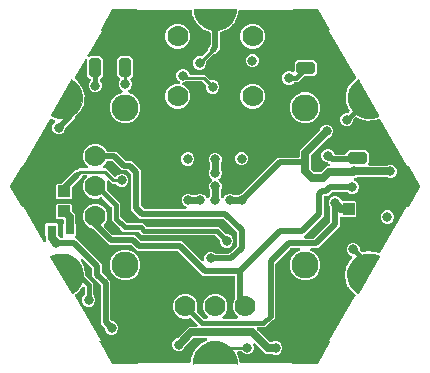
<source format=gbr>
G04 EAGLE Gerber RS-274X export*
G75*
%MOMM*%
%FSLAX34Y34*%
%LPD*%
%INTop Copper*%
%IPPOS*%
%AMOC8*
5,1,8,0,0,1.08239X$1,22.5*%
G01*
%ADD10R,0.800000X0.800000*%
%ADD11R,1.000000X1.100000*%
%ADD12R,1.100000X1.000000*%
%ADD13C,0.499997*%
%ADD14C,0.999997*%
%ADD15C,0.100000*%
%ADD16C,1.778000*%
%ADD17C,2.286000*%
%ADD18C,0.812800*%
%ADD19C,0.609600*%
%ADD20C,0.635000*%
%ADD21C,0.508000*%
%ADD22C,0.457200*%
%ADD23C,0.406400*%
%ADD24C,0.254000*%
%ADD25C,0.381000*%

G36*
X107708Y-498D02*
X107708Y-498D01*
X107717Y-499D01*
X107805Y-478D01*
X107895Y-460D01*
X107902Y-455D01*
X107910Y-453D01*
X107983Y-399D01*
X108059Y-347D01*
X108063Y-340D01*
X108070Y-335D01*
X108117Y-257D01*
X108166Y-180D01*
X108167Y-171D01*
X108172Y-164D01*
X108199Y0D01*
X108199Y755D01*
X151406Y755D01*
X151524Y770D01*
X151643Y777D01*
X151681Y790D01*
X151722Y795D01*
X151832Y838D01*
X151945Y875D01*
X151980Y897D01*
X152017Y912D01*
X152113Y981D01*
X152214Y1045D01*
X152242Y1075D01*
X152275Y1098D01*
X152351Y1190D01*
X152432Y1277D01*
X152452Y1312D01*
X152477Y1343D01*
X152528Y1451D01*
X152586Y1555D01*
X152596Y1595D01*
X152613Y1631D01*
X152635Y1748D01*
X152665Y1863D01*
X152669Y1923D01*
X152673Y1943D01*
X152671Y1964D01*
X152675Y2024D01*
X152675Y4083D01*
X153721Y6607D01*
X153726Y6625D01*
X153735Y6642D01*
X153752Y6696D01*
X153757Y6708D01*
X153760Y6725D01*
X153782Y6796D01*
X153857Y7108D01*
X153882Y7141D01*
X153991Y7285D01*
X153991Y7286D01*
X153992Y7288D01*
X154062Y7430D01*
X154414Y8279D01*
X154455Y8432D01*
X154497Y8585D01*
X154497Y8586D01*
X154499Y8655D01*
X154664Y8925D01*
X154672Y8942D01*
X154684Y8958D01*
X154755Y9102D01*
X155800Y11626D01*
X157828Y13654D01*
X157858Y13693D01*
X157894Y13726D01*
X157955Y13818D01*
X158022Y13905D01*
X158042Y13951D01*
X158069Y13992D01*
X158070Y13995D01*
X158606Y14453D01*
X158619Y14467D01*
X158635Y14478D01*
X158747Y14594D01*
X159216Y15143D01*
X159246Y15160D01*
X159345Y15209D01*
X159383Y15241D01*
X159425Y15266D01*
X159546Y15372D01*
X161574Y17400D01*
X164098Y18445D01*
X164114Y18455D01*
X164133Y18461D01*
X164275Y18536D01*
X164548Y18703D01*
X164595Y18710D01*
X164769Y18734D01*
X164769Y18735D01*
X164770Y18735D01*
X164771Y18735D01*
X164921Y18786D01*
X165769Y19138D01*
X165770Y19138D01*
X165908Y19217D01*
X166045Y19295D01*
X166046Y19295D01*
X166047Y19296D01*
X166147Y19393D01*
X166167Y19407D01*
X166186Y19431D01*
X166274Y19516D01*
X166275Y19517D01*
X166276Y19519D01*
X166367Y19647D01*
X166380Y19669D01*
X166413Y19742D01*
X166441Y19788D01*
X166456Y19836D01*
X166505Y19940D01*
X166507Y19950D01*
X166511Y19959D01*
X166534Y20089D01*
X166535Y20092D01*
X166535Y20096D01*
X166537Y20107D01*
X166565Y20253D01*
X166564Y20263D01*
X166566Y20272D01*
X166554Y20422D01*
X166545Y20570D01*
X166542Y20579D01*
X166541Y20590D01*
X166493Y20732D01*
X166447Y20872D01*
X166442Y20881D01*
X166438Y20891D01*
X166356Y21015D01*
X166277Y21141D01*
X166269Y21148D01*
X166264Y21156D01*
X166155Y21256D01*
X166045Y21359D01*
X166036Y21364D01*
X166029Y21371D01*
X165897Y21441D01*
X165767Y21513D01*
X165757Y21515D01*
X165748Y21520D01*
X165603Y21555D01*
X165459Y21592D01*
X165445Y21593D01*
X165439Y21594D01*
X165425Y21594D01*
X165298Y21602D01*
X155352Y21602D01*
X155254Y21590D01*
X155155Y21587D01*
X155097Y21570D01*
X155037Y21562D01*
X154945Y21526D01*
X154850Y21498D01*
X154798Y21468D01*
X154741Y21445D01*
X154661Y21387D01*
X154576Y21337D01*
X154500Y21271D01*
X154484Y21259D01*
X154476Y21249D01*
X154455Y21231D01*
X148271Y15047D01*
X148266Y15040D01*
X148258Y15034D01*
X148168Y14914D01*
X148076Y14796D01*
X148073Y14787D01*
X148067Y14780D01*
X147996Y14635D01*
X147204Y12722D01*
X145632Y11150D01*
X143578Y10299D01*
X141354Y10299D01*
X139300Y11150D01*
X137728Y12722D01*
X136877Y14776D01*
X136877Y17000D01*
X137728Y19054D01*
X139300Y20626D01*
X141213Y21418D01*
X141221Y21423D01*
X141230Y21425D01*
X141359Y21501D01*
X141489Y21576D01*
X141496Y21582D01*
X141504Y21587D01*
X141625Y21693D01*
X150933Y31002D01*
X157104Y31002D01*
X157242Y31019D01*
X157381Y31032D01*
X157400Y31039D01*
X157420Y31042D01*
X157549Y31093D01*
X157680Y31140D01*
X157697Y31151D01*
X157715Y31159D01*
X157828Y31240D01*
X157943Y31318D01*
X157956Y31334D01*
X157973Y31345D01*
X158062Y31453D01*
X158153Y31557D01*
X158163Y31575D01*
X158175Y31590D01*
X158235Y31716D01*
X158298Y31840D01*
X158302Y31860D01*
X158311Y31878D01*
X158337Y32015D01*
X158368Y32150D01*
X158367Y32171D01*
X158371Y32190D01*
X158362Y32329D01*
X158358Y32468D01*
X158352Y32488D01*
X158351Y32508D01*
X158308Y32640D01*
X158269Y32774D01*
X158259Y32791D01*
X158253Y32810D01*
X158179Y32928D01*
X158108Y33048D01*
X158089Y33069D01*
X158083Y33079D01*
X158068Y33093D01*
X158001Y33169D01*
X157842Y33329D01*
X152814Y38356D01*
X152791Y38374D01*
X152772Y38397D01*
X152665Y38471D01*
X152563Y38551D01*
X152536Y38563D01*
X152512Y38580D01*
X152390Y38626D01*
X152271Y38677D01*
X152242Y38682D01*
X152214Y38692D01*
X152085Y38707D01*
X151957Y38727D01*
X151927Y38724D01*
X151898Y38728D01*
X151770Y38709D01*
X151640Y38697D01*
X151612Y38687D01*
X151583Y38683D01*
X151431Y38631D01*
X149872Y37985D01*
X145728Y37985D01*
X141901Y39571D01*
X138971Y42501D01*
X137385Y46328D01*
X137385Y50472D01*
X138971Y54299D01*
X141901Y57229D01*
X145728Y58815D01*
X149872Y58815D01*
X153699Y57229D01*
X156629Y54299D01*
X158215Y50472D01*
X158215Y46328D01*
X157569Y44769D01*
X157561Y44741D01*
X157548Y44714D01*
X157519Y44588D01*
X157485Y44462D01*
X157484Y44433D01*
X157478Y44404D01*
X157482Y44274D01*
X157480Y44144D01*
X157487Y44116D01*
X157488Y44086D01*
X157524Y43962D01*
X157554Y43835D01*
X157568Y43809D01*
X157576Y43781D01*
X157642Y43669D01*
X157703Y43554D01*
X157723Y43532D01*
X157738Y43507D01*
X157844Y43386D01*
X162871Y38358D01*
X162950Y38298D01*
X163022Y38230D01*
X163075Y38201D01*
X163123Y38164D01*
X163214Y38124D01*
X163300Y38076D01*
X163359Y38061D01*
X163415Y38037D01*
X163513Y38022D01*
X163608Y37997D01*
X163708Y37991D01*
X163729Y37987D01*
X163741Y37989D01*
X163769Y37987D01*
X165820Y37987D01*
X165958Y38004D01*
X166097Y38017D01*
X166116Y38024D01*
X166136Y38027D01*
X166265Y38078D01*
X166396Y38125D01*
X166413Y38136D01*
X166432Y38144D01*
X166544Y38225D01*
X166659Y38303D01*
X166673Y38319D01*
X166689Y38330D01*
X166778Y38438D01*
X166870Y38542D01*
X166879Y38560D01*
X166892Y38575D01*
X166951Y38701D01*
X167014Y38825D01*
X167019Y38845D01*
X167027Y38863D01*
X167053Y38999D01*
X167084Y39135D01*
X167083Y39156D01*
X167087Y39175D01*
X167078Y39314D01*
X167074Y39453D01*
X167069Y39473D01*
X167067Y39493D01*
X167025Y39625D01*
X166986Y39759D01*
X166976Y39776D01*
X166969Y39795D01*
X166895Y39913D01*
X166824Y40033D01*
X166806Y40054D01*
X166799Y40064D01*
X166784Y40078D01*
X166718Y40153D01*
X164371Y42501D01*
X162785Y46328D01*
X162785Y50472D01*
X164371Y54299D01*
X167301Y57229D01*
X171128Y58815D01*
X175272Y58815D01*
X179099Y57229D01*
X182029Y54299D01*
X183615Y50472D01*
X183615Y46328D01*
X182029Y42501D01*
X179682Y40153D01*
X179597Y40044D01*
X179508Y39937D01*
X179500Y39918D01*
X179487Y39902D01*
X179432Y39774D01*
X179373Y39649D01*
X179369Y39629D01*
X179361Y39610D01*
X179339Y39472D01*
X179313Y39336D01*
X179314Y39316D01*
X179311Y39296D01*
X179324Y39157D01*
X179333Y39019D01*
X179339Y39000D01*
X179341Y38980D01*
X179388Y38848D01*
X179431Y38717D01*
X179442Y38699D01*
X179448Y38680D01*
X179526Y38565D01*
X179601Y38448D01*
X179616Y38434D01*
X179627Y38417D01*
X179731Y38325D01*
X179832Y38230D01*
X179850Y38220D01*
X179865Y38207D01*
X179990Y38143D01*
X180111Y38076D01*
X180131Y38071D01*
X180149Y38062D01*
X180284Y38032D01*
X180419Y37997D01*
X180447Y37995D01*
X180459Y37992D01*
X180479Y37993D01*
X180580Y37987D01*
X191220Y37987D01*
X191358Y38004D01*
X191497Y38017D01*
X191516Y38024D01*
X191536Y38027D01*
X191665Y38078D01*
X191796Y38125D01*
X191813Y38136D01*
X191832Y38144D01*
X191944Y38225D01*
X192059Y38303D01*
X192073Y38319D01*
X192089Y38330D01*
X192178Y38438D01*
X192270Y38542D01*
X192279Y38560D01*
X192292Y38575D01*
X192351Y38701D01*
X192414Y38825D01*
X192419Y38845D01*
X192427Y38863D01*
X192453Y38999D01*
X192484Y39135D01*
X192483Y39156D01*
X192487Y39175D01*
X192478Y39314D01*
X192474Y39453D01*
X192469Y39473D01*
X192467Y39493D01*
X192425Y39625D01*
X192386Y39759D01*
X192376Y39776D01*
X192369Y39795D01*
X192295Y39913D01*
X192224Y40033D01*
X192206Y40054D01*
X192199Y40064D01*
X192184Y40078D01*
X192118Y40153D01*
X189771Y42501D01*
X188185Y46328D01*
X188185Y50472D01*
X189771Y54299D01*
X189846Y54374D01*
X189906Y54452D01*
X189974Y54525D01*
X190003Y54578D01*
X190040Y54625D01*
X190080Y54716D01*
X190128Y54803D01*
X190143Y54862D01*
X190167Y54917D01*
X190182Y55015D01*
X190207Y55111D01*
X190213Y55211D01*
X190217Y55231D01*
X190215Y55244D01*
X190217Y55272D01*
X190217Y72784D01*
X190202Y72902D01*
X190195Y73021D01*
X190182Y73059D01*
X190177Y73100D01*
X190134Y73210D01*
X190097Y73323D01*
X190075Y73358D01*
X190060Y73395D01*
X189991Y73491D01*
X189927Y73592D01*
X189897Y73620D01*
X189874Y73653D01*
X189782Y73729D01*
X189695Y73810D01*
X189660Y73830D01*
X189629Y73855D01*
X189521Y73906D01*
X189417Y73964D01*
X189377Y73974D01*
X189341Y73991D01*
X189224Y74013D01*
X189109Y74043D01*
X189049Y74047D01*
X189029Y74051D01*
X189008Y74049D01*
X188948Y74053D01*
X163134Y74053D01*
X141916Y95272D01*
X141838Y95332D01*
X141766Y95400D01*
X141713Y95429D01*
X141665Y95466D01*
X141574Y95506D01*
X141487Y95554D01*
X141429Y95569D01*
X141373Y95593D01*
X141275Y95608D01*
X141179Y95633D01*
X141079Y95639D01*
X141059Y95643D01*
X141047Y95641D01*
X141019Y95643D01*
X107000Y95643D01*
X104248Y98396D01*
X102292Y100352D01*
X102214Y100412D01*
X102142Y100480D01*
X102089Y100509D01*
X102041Y100546D01*
X101950Y100586D01*
X101863Y100634D01*
X101805Y100649D01*
X101749Y100673D01*
X101651Y100688D01*
X101555Y100713D01*
X101455Y100719D01*
X101435Y100723D01*
X101423Y100721D01*
X101395Y100723D01*
X83124Y100723D01*
X70288Y113559D01*
X69936Y113912D01*
X69928Y113918D01*
X69922Y113925D01*
X69803Y114015D01*
X69684Y114107D01*
X69676Y114111D01*
X69668Y114116D01*
X69524Y114187D01*
X65701Y115771D01*
X62771Y118701D01*
X61185Y122528D01*
X61185Y126672D01*
X62771Y130499D01*
X65701Y133429D01*
X69528Y135015D01*
X73672Y135015D01*
X77499Y133429D01*
X80429Y130499D01*
X82015Y126672D01*
X82015Y122528D01*
X80429Y118701D01*
X79434Y117705D01*
X79361Y117611D01*
X79282Y117522D01*
X79264Y117486D01*
X79239Y117454D01*
X79192Y117345D01*
X79138Y117239D01*
X79129Y117199D01*
X79113Y117162D01*
X79094Y117044D01*
X79068Y116929D01*
X79069Y116888D01*
X79063Y116848D01*
X79074Y116730D01*
X79078Y116611D01*
X79089Y116572D01*
X79093Y116532D01*
X79133Y116419D01*
X79166Y116305D01*
X79187Y116270D01*
X79200Y116232D01*
X79267Y116134D01*
X79328Y116031D01*
X79367Y115986D01*
X79379Y115969D01*
X79394Y115956D01*
X79434Y115910D01*
X86120Y109224D01*
X86198Y109164D01*
X86270Y109096D01*
X86323Y109067D01*
X86371Y109030D01*
X86462Y108990D01*
X86549Y108942D01*
X86607Y108927D01*
X86663Y108903D01*
X86761Y108888D01*
X86857Y108863D01*
X86957Y108857D01*
X86977Y108853D01*
X86989Y108855D01*
X87017Y108853D01*
X105288Y108853D01*
X108040Y106100D01*
X109996Y104144D01*
X110074Y104084D01*
X110146Y104016D01*
X110199Y103987D01*
X110247Y103950D01*
X110338Y103910D01*
X110425Y103862D01*
X110483Y103847D01*
X110539Y103823D01*
X110637Y103808D01*
X110733Y103783D01*
X110833Y103777D01*
X110853Y103773D01*
X110865Y103775D01*
X110893Y103773D01*
X144912Y103773D01*
X161635Y87050D01*
X161744Y86965D01*
X161851Y86876D01*
X161870Y86867D01*
X161886Y86855D01*
X162014Y86799D01*
X162139Y86740D01*
X162159Y86737D01*
X162178Y86729D01*
X162316Y86707D01*
X162452Y86681D01*
X162472Y86682D01*
X162492Y86679D01*
X162631Y86692D01*
X162769Y86700D01*
X162788Y86707D01*
X162808Y86709D01*
X162940Y86756D01*
X163071Y86798D01*
X163089Y86809D01*
X163108Y86816D01*
X163223Y86894D01*
X163340Y86969D01*
X163354Y86983D01*
X163371Y86995D01*
X163463Y87099D01*
X163558Y87200D01*
X163568Y87218D01*
X163581Y87233D01*
X163645Y87357D01*
X163712Y87479D01*
X163717Y87498D01*
X163726Y87516D01*
X163756Y87652D01*
X163791Y87787D01*
X163793Y87815D01*
X163796Y87827D01*
X163795Y87847D01*
X163801Y87947D01*
X163801Y90152D01*
X164652Y92206D01*
X166224Y93778D01*
X168278Y94629D01*
X170502Y94629D01*
X172556Y93778D01*
X172857Y93476D01*
X172935Y93416D01*
X173008Y93348D01*
X173061Y93319D01*
X173108Y93282D01*
X173199Y93242D01*
X173286Y93194D01*
X173345Y93179D01*
X173400Y93155D01*
X173498Y93140D01*
X173594Y93115D01*
X173694Y93109D01*
X173714Y93105D01*
X173727Y93107D01*
X173755Y93105D01*
X184707Y93105D01*
X184805Y93117D01*
X184904Y93120D01*
X184962Y93137D01*
X185022Y93145D01*
X185114Y93181D01*
X185209Y93209D01*
X185261Y93239D01*
X185318Y93262D01*
X185398Y93320D01*
X185483Y93370D01*
X185559Y93436D01*
X185575Y93448D01*
X185583Y93458D01*
X185604Y93476D01*
X191370Y99242D01*
X191430Y99320D01*
X191498Y99392D01*
X191527Y99445D01*
X191564Y99493D01*
X191604Y99584D01*
X191652Y99671D01*
X191667Y99729D01*
X191691Y99785D01*
X191706Y99883D01*
X191731Y99979D01*
X191737Y100079D01*
X191741Y100099D01*
X191739Y100111D01*
X191741Y100139D01*
X191741Y110453D01*
X191729Y110551D01*
X191726Y110650D01*
X191709Y110708D01*
X191701Y110768D01*
X191665Y110860D01*
X191637Y110955D01*
X191607Y111007D01*
X191584Y111064D01*
X191526Y111144D01*
X191476Y111229D01*
X191410Y111305D01*
X191398Y111321D01*
X191388Y111329D01*
X191370Y111350D01*
X180524Y122196D01*
X180446Y122256D01*
X180374Y122324D01*
X180321Y122353D01*
X180273Y122390D01*
X180182Y122430D01*
X180095Y122478D01*
X180037Y122493D01*
X179981Y122517D01*
X179883Y122532D01*
X179787Y122557D01*
X179687Y122563D01*
X179667Y122567D01*
X179655Y122565D01*
X179627Y122567D01*
X109794Y122567D01*
X102333Y130028D01*
X102333Y159729D01*
X102321Y159827D01*
X102318Y159926D01*
X102301Y159984D01*
X102293Y160044D01*
X102257Y160136D01*
X102229Y160231D01*
X102199Y160283D01*
X102176Y160340D01*
X102118Y160420D01*
X102068Y160505D01*
X102002Y160581D01*
X101990Y160597D01*
X101980Y160605D01*
X101962Y160626D01*
X99498Y163090D01*
X99420Y163150D01*
X99348Y163218D01*
X99295Y163247D01*
X99247Y163284D01*
X99156Y163324D01*
X99069Y163372D01*
X99011Y163387D01*
X98955Y163411D01*
X98857Y163426D01*
X98761Y163451D01*
X98661Y163457D01*
X98641Y163461D01*
X98629Y163459D01*
X98601Y163461D01*
X94046Y163461D01*
X86544Y170964D01*
X86466Y171024D01*
X86394Y171092D01*
X86341Y171121D01*
X86293Y171158D01*
X86202Y171198D01*
X86115Y171246D01*
X86057Y171261D01*
X86001Y171285D01*
X85903Y171300D01*
X85807Y171325D01*
X85707Y171331D01*
X85687Y171335D01*
X85675Y171333D01*
X85647Y171335D01*
X82037Y171335D01*
X82008Y171332D01*
X81979Y171334D01*
X81851Y171312D01*
X81722Y171295D01*
X81694Y171285D01*
X81665Y171280D01*
X81547Y171226D01*
X81426Y171178D01*
X81402Y171161D01*
X81375Y171149D01*
X81274Y171068D01*
X81169Y170992D01*
X81150Y170969D01*
X81127Y170950D01*
X81049Y170847D01*
X80966Y170747D01*
X80953Y170720D01*
X80936Y170696D01*
X80865Y170552D01*
X80429Y169501D01*
X78336Y167407D01*
X78251Y167298D01*
X78162Y167191D01*
X78154Y167172D01*
X78141Y167156D01*
X78086Y167028D01*
X78027Y166903D01*
X78023Y166883D01*
X78015Y166864D01*
X77993Y166726D01*
X77967Y166590D01*
X77968Y166570D01*
X77965Y166550D01*
X77978Y166411D01*
X77987Y166273D01*
X77993Y166254D01*
X77995Y166234D01*
X78042Y166102D01*
X78085Y165971D01*
X78096Y165953D01*
X78102Y165934D01*
X78180Y165819D01*
X78255Y165702D01*
X78270Y165688D01*
X78281Y165671D01*
X78385Y165579D01*
X78486Y165484D01*
X78504Y165474D01*
X78519Y165461D01*
X78644Y165397D01*
X78765Y165330D01*
X78785Y165325D01*
X78803Y165316D01*
X78938Y165286D01*
X79073Y165251D01*
X79101Y165249D01*
X79113Y165246D01*
X79133Y165247D01*
X79234Y165241D01*
X80886Y165241D01*
X87777Y158349D01*
X87871Y158276D01*
X87960Y158198D01*
X87996Y158179D01*
X88028Y158155D01*
X88138Y158107D01*
X88243Y158053D01*
X88283Y158044D01*
X88320Y158028D01*
X88438Y158010D01*
X88554Y157983D01*
X88594Y157985D01*
X88634Y157978D01*
X88753Y157990D01*
X88872Y157993D01*
X88910Y158004D01*
X88951Y158008D01*
X89063Y158048D01*
X89177Y158082D01*
X89212Y158102D01*
X89250Y158116D01*
X89349Y158183D01*
X89451Y158243D01*
X89496Y158283D01*
X89513Y158294D01*
X89527Y158310D01*
X89572Y158349D01*
X91040Y159818D01*
X93094Y160669D01*
X95318Y160669D01*
X97372Y159818D01*
X98944Y158246D01*
X99795Y156192D01*
X99795Y153968D01*
X98944Y151914D01*
X97372Y150342D01*
X95318Y149491D01*
X93094Y149491D01*
X91040Y150342D01*
X89469Y151914D01*
X89391Y151974D01*
X89318Y152042D01*
X89265Y152071D01*
X89218Y152108D01*
X89127Y152148D01*
X89040Y152196D01*
X88981Y152211D01*
X88926Y152235D01*
X88828Y152250D01*
X88732Y152275D01*
X88632Y152281D01*
X88612Y152285D01*
X88599Y152283D01*
X88571Y152285D01*
X85936Y152285D01*
X83928Y154294D01*
X83927Y154294D01*
X83603Y154619D01*
X83548Y154662D01*
X83499Y154712D01*
X83422Y154759D01*
X83351Y154814D01*
X83287Y154842D01*
X83228Y154878D01*
X83142Y154905D01*
X83060Y154940D01*
X82991Y154951D01*
X82924Y154972D01*
X82834Y154976D01*
X82745Y154990D01*
X82676Y154984D01*
X82606Y154987D01*
X82518Y154969D01*
X82429Y154960D01*
X82363Y154937D01*
X82295Y154923D01*
X82214Y154883D01*
X82130Y154853D01*
X82072Y154814D01*
X82009Y154783D01*
X81941Y154725D01*
X81866Y154674D01*
X81820Y154622D01*
X81767Y154577D01*
X81715Y154503D01*
X81656Y154436D01*
X81624Y154374D01*
X81584Y154317D01*
X81552Y154232D01*
X81511Y154153D01*
X81496Y154085D01*
X81471Y154019D01*
X81461Y153930D01*
X81442Y153842D01*
X81444Y153773D01*
X81436Y153703D01*
X81449Y153614D01*
X81451Y153524D01*
X81471Y153457D01*
X81480Y153388D01*
X81533Y153236D01*
X82015Y152072D01*
X82015Y147928D01*
X81815Y147447D01*
X81807Y147418D01*
X81794Y147392D01*
X81766Y147265D01*
X81731Y147140D01*
X81731Y147111D01*
X81724Y147082D01*
X81728Y146952D01*
X81726Y146822D01*
X81733Y146793D01*
X81734Y146764D01*
X81770Y146639D01*
X81800Y146513D01*
X81814Y146487D01*
X81822Y146458D01*
X81888Y146347D01*
X81949Y146232D01*
X81969Y146210D01*
X81984Y146184D01*
X82090Y146064D01*
X92683Y135471D01*
X92683Y124567D01*
X92695Y124469D01*
X92698Y124370D01*
X92715Y124312D01*
X92723Y124251D01*
X92759Y124159D01*
X92787Y124064D01*
X92817Y124012D01*
X92840Y123956D01*
X92898Y123876D01*
X92948Y123790D01*
X93014Y123715D01*
X93026Y123698D01*
X93036Y123691D01*
X93054Y123669D01*
X97593Y119130D01*
X97672Y119070D01*
X97744Y119002D01*
X97797Y118973D01*
X97845Y118936D01*
X97936Y118896D01*
X98022Y118848D01*
X98081Y118833D01*
X98137Y118809D01*
X98235Y118794D01*
X98330Y118769D01*
X98430Y118763D01*
X98451Y118759D01*
X98463Y118761D01*
X98491Y118759D01*
X111681Y118759D01*
X114103Y116336D01*
X114182Y116276D01*
X114254Y116208D01*
X114307Y116179D01*
X114355Y116142D01*
X114446Y116102D01*
X114532Y116054D01*
X114591Y116039D01*
X114647Y116015D01*
X114745Y116000D01*
X114840Y115975D01*
X114940Y115969D01*
X114961Y115965D01*
X114973Y115967D01*
X115001Y115965D01*
X175943Y115965D01*
X182175Y109732D01*
X182254Y109672D01*
X182326Y109604D01*
X182379Y109575D01*
X182427Y109538D01*
X182518Y109498D01*
X182604Y109450D01*
X182663Y109435D01*
X182719Y109411D01*
X182817Y109396D01*
X182912Y109371D01*
X183012Y109365D01*
X183033Y109361D01*
X183045Y109363D01*
X183073Y109361D01*
X184218Y109361D01*
X186272Y108510D01*
X187844Y106938D01*
X188695Y104884D01*
X188695Y102660D01*
X187844Y100606D01*
X186272Y99034D01*
X184218Y98183D01*
X181994Y98183D01*
X179940Y99034D01*
X178368Y100606D01*
X177517Y102660D01*
X177517Y103805D01*
X177505Y103903D01*
X177502Y104002D01*
X177485Y104060D01*
X177477Y104121D01*
X177441Y104213D01*
X177413Y104308D01*
X177383Y104360D01*
X177360Y104416D01*
X177302Y104496D01*
X177252Y104582D01*
X177186Y104657D01*
X177174Y104674D01*
X177164Y104681D01*
X177146Y104703D01*
X173369Y108480D01*
X173290Y108540D01*
X173218Y108608D01*
X173165Y108637D01*
X173117Y108674D01*
X173026Y108714D01*
X172940Y108762D01*
X172881Y108777D01*
X172825Y108801D01*
X172727Y108816D01*
X172632Y108841D01*
X172532Y108847D01*
X172511Y108851D01*
X172499Y108849D01*
X172471Y108851D01*
X111529Y108851D01*
X109107Y111274D01*
X109028Y111334D01*
X108956Y111402D01*
X108903Y111431D01*
X108855Y111468D01*
X108764Y111508D01*
X108678Y111556D01*
X108619Y111571D01*
X108563Y111595D01*
X108465Y111610D01*
X108370Y111635D01*
X108270Y111641D01*
X108249Y111645D01*
X108237Y111643D01*
X108209Y111645D01*
X95019Y111645D01*
X92564Y114100D01*
X92564Y114101D01*
X88025Y118640D01*
X88024Y118640D01*
X85569Y121095D01*
X85569Y131999D01*
X85557Y132097D01*
X85554Y132196D01*
X85537Y132254D01*
X85529Y132315D01*
X85493Y132407D01*
X85465Y132502D01*
X85435Y132554D01*
X85412Y132610D01*
X85354Y132690D01*
X85304Y132776D01*
X85238Y132851D01*
X85226Y132868D01*
X85216Y132875D01*
X85198Y132897D01*
X77692Y140402D01*
X77668Y140420D01*
X77649Y140443D01*
X77543Y140518D01*
X77440Y140597D01*
X77413Y140609D01*
X77389Y140626D01*
X77268Y140672D01*
X77149Y140724D01*
X77119Y140728D01*
X77092Y140739D01*
X76963Y140753D01*
X76834Y140773D01*
X76805Y140771D01*
X76776Y140774D01*
X76647Y140756D01*
X76518Y140744D01*
X76490Y140734D01*
X76461Y140730D01*
X76308Y140677D01*
X73672Y139585D01*
X69528Y139585D01*
X65701Y141171D01*
X62771Y144101D01*
X61185Y147928D01*
X61185Y152072D01*
X62771Y155899D01*
X64356Y157485D01*
X64441Y157594D01*
X64530Y157701D01*
X64538Y157720D01*
X64551Y157736D01*
X64606Y157864D01*
X64665Y157989D01*
X64669Y158009D01*
X64677Y158028D01*
X64699Y158166D01*
X64725Y158302D01*
X64724Y158322D01*
X64727Y158342D01*
X64714Y158481D01*
X64705Y158619D01*
X64699Y158638D01*
X64697Y158658D01*
X64650Y158790D01*
X64607Y158921D01*
X64596Y158939D01*
X64590Y158958D01*
X64512Y159073D01*
X64437Y159190D01*
X64422Y159204D01*
X64411Y159221D01*
X64307Y159313D01*
X64206Y159408D01*
X64188Y159418D01*
X64173Y159431D01*
X64048Y159495D01*
X63927Y159562D01*
X63907Y159567D01*
X63889Y159576D01*
X63754Y159606D01*
X63619Y159641D01*
X63591Y159643D01*
X63579Y159646D01*
X63559Y159645D01*
X63458Y159651D01*
X61948Y159651D01*
X61830Y159636D01*
X61711Y159629D01*
X61673Y159616D01*
X61632Y159611D01*
X61522Y159568D01*
X61409Y159531D01*
X61374Y159509D01*
X61337Y159494D01*
X61241Y159425D01*
X61140Y159361D01*
X61112Y159331D01*
X61079Y159308D01*
X61003Y159216D01*
X60922Y159129D01*
X60902Y159094D01*
X60877Y159063D01*
X60826Y158955D01*
X60768Y158851D01*
X60758Y158811D01*
X60741Y158775D01*
X60719Y158658D01*
X60689Y158543D01*
X60685Y158483D01*
X60681Y158463D01*
X60683Y158442D01*
X60679Y158382D01*
X60679Y158222D01*
X52709Y150252D01*
X52648Y150174D01*
X52580Y150102D01*
X52551Y150049D01*
X52514Y150001D01*
X52474Y149910D01*
X52426Y149823D01*
X52411Y149765D01*
X52387Y149709D01*
X52372Y149611D01*
X52347Y149515D01*
X52341Y149415D01*
X52337Y149395D01*
X52339Y149383D01*
X52337Y149355D01*
X52337Y140168D01*
X51444Y139275D01*
X39180Y139275D01*
X38287Y140168D01*
X38287Y151432D01*
X39180Y152325D01*
X42759Y152325D01*
X42857Y152337D01*
X42956Y152340D01*
X43014Y152357D01*
X43074Y152365D01*
X43166Y152401D01*
X43261Y152429D01*
X43313Y152459D01*
X43370Y152482D01*
X43450Y152540D01*
X43535Y152590D01*
X43611Y152656D01*
X43627Y152668D01*
X43635Y152678D01*
X43656Y152696D01*
X54930Y163971D01*
X56201Y163971D01*
X56299Y163983D01*
X56398Y163986D01*
X56456Y164003D01*
X56516Y164011D01*
X56608Y164047D01*
X56703Y164075D01*
X56756Y164105D01*
X56812Y164128D01*
X56892Y164186D01*
X56977Y164236D01*
X57053Y164302D01*
X57069Y164314D01*
X57077Y164324D01*
X57098Y164342D01*
X57996Y165241D01*
X63966Y165241D01*
X64104Y165258D01*
X64243Y165271D01*
X64262Y165278D01*
X64282Y165281D01*
X64411Y165332D01*
X64542Y165379D01*
X64559Y165390D01*
X64578Y165398D01*
X64690Y165479D01*
X64805Y165557D01*
X64819Y165573D01*
X64835Y165584D01*
X64924Y165692D01*
X65016Y165796D01*
X65025Y165814D01*
X65038Y165829D01*
X65097Y165955D01*
X65160Y166079D01*
X65165Y166099D01*
X65173Y166117D01*
X65199Y166253D01*
X65230Y166389D01*
X65229Y166410D01*
X65233Y166429D01*
X65224Y166568D01*
X65220Y166707D01*
X65215Y166727D01*
X65213Y166747D01*
X65171Y166879D01*
X65132Y167013D01*
X65122Y167030D01*
X65115Y167049D01*
X65041Y167167D01*
X64970Y167287D01*
X64952Y167308D01*
X64945Y167318D01*
X64930Y167332D01*
X64864Y167407D01*
X62771Y169501D01*
X61185Y173328D01*
X61185Y177472D01*
X62771Y181299D01*
X65701Y184229D01*
X69528Y185815D01*
X73672Y185815D01*
X77499Y184229D01*
X80429Y181299D01*
X80865Y180248D01*
X80879Y180223D01*
X80888Y180195D01*
X80958Y180085D01*
X81022Y179972D01*
X81043Y179951D01*
X81058Y179926D01*
X81153Y179837D01*
X81243Y179744D01*
X81269Y179728D01*
X81290Y179708D01*
X81404Y179645D01*
X81515Y179577D01*
X81543Y179569D01*
X81569Y179554D01*
X81694Y179522D01*
X81818Y179484D01*
X81848Y179482D01*
X81877Y179475D01*
X82037Y179465D01*
X89540Y179465D01*
X97042Y171962D01*
X97120Y171902D01*
X97192Y171834D01*
X97245Y171805D01*
X97293Y171768D01*
X97384Y171728D01*
X97471Y171680D01*
X97529Y171665D01*
X97585Y171641D01*
X97683Y171626D01*
X97779Y171601D01*
X97879Y171595D01*
X97899Y171591D01*
X97911Y171593D01*
X97939Y171591D01*
X102494Y171591D01*
X105246Y168838D01*
X107710Y166374D01*
X110463Y163622D01*
X110463Y133921D01*
X110475Y133823D01*
X110478Y133724D01*
X110495Y133666D01*
X110503Y133606D01*
X110539Y133514D01*
X110567Y133419D01*
X110597Y133367D01*
X110620Y133310D01*
X110678Y133230D01*
X110728Y133145D01*
X110794Y133069D01*
X110806Y133053D01*
X110816Y133045D01*
X110834Y133024D01*
X112790Y131068D01*
X112868Y131008D01*
X112940Y130940D01*
X112993Y130911D01*
X113041Y130874D01*
X113132Y130834D01*
X113219Y130786D01*
X113277Y130771D01*
X113333Y130747D01*
X113431Y130732D01*
X113527Y130707D01*
X113627Y130701D01*
X113647Y130697D01*
X113659Y130699D01*
X113687Y130697D01*
X147750Y130697D01*
X147819Y130705D01*
X147889Y130704D01*
X147976Y130725D01*
X148065Y130737D01*
X148130Y130762D01*
X148198Y130779D01*
X148277Y130821D01*
X148361Y130854D01*
X148417Y130895D01*
X148479Y130927D01*
X148545Y130988D01*
X148618Y131040D01*
X148663Y131094D01*
X148714Y131141D01*
X148764Y131216D01*
X148821Y131285D01*
X148851Y131349D01*
X148889Y131407D01*
X148918Y131492D01*
X148956Y131573D01*
X148970Y131642D01*
X148992Y131708D01*
X148999Y131797D01*
X149016Y131885D01*
X149012Y131955D01*
X149017Y132025D01*
X149002Y132113D01*
X148997Y132203D01*
X148975Y132269D01*
X148963Y132338D01*
X148926Y132420D01*
X148898Y132505D01*
X148861Y132564D01*
X148832Y132628D01*
X148776Y132698D01*
X148728Y132774D01*
X148678Y132822D01*
X148634Y132876D01*
X148562Y132931D01*
X148497Y132992D01*
X148436Y133026D01*
X148380Y133068D01*
X148235Y133139D01*
X147174Y133578D01*
X145602Y135150D01*
X144751Y137204D01*
X144751Y139428D01*
X145602Y141482D01*
X147174Y143054D01*
X149228Y143905D01*
X151452Y143905D01*
X153671Y142985D01*
X153680Y142983D01*
X153688Y142978D01*
X153834Y142941D01*
X153978Y142901D01*
X153987Y142901D01*
X153996Y142899D01*
X154157Y142889D01*
X156683Y142889D01*
X156692Y142890D01*
X156701Y142889D01*
X156850Y142910D01*
X156999Y142929D01*
X157007Y142932D01*
X157016Y142933D01*
X157169Y142985D01*
X159388Y143905D01*
X161612Y143905D01*
X163666Y143054D01*
X165238Y141482D01*
X165625Y140548D01*
X165694Y140427D01*
X165759Y140304D01*
X165772Y140289D01*
X165782Y140272D01*
X165879Y140172D01*
X165973Y140069D01*
X165990Y140058D01*
X166004Y140043D01*
X166122Y139970D01*
X166238Y139894D01*
X166257Y139887D01*
X166275Y139877D01*
X166408Y139836D01*
X166539Y139791D01*
X166559Y139789D01*
X166579Y139783D01*
X166717Y139777D01*
X166856Y139766D01*
X166876Y139769D01*
X166896Y139768D01*
X167033Y139796D01*
X167169Y139820D01*
X167188Y139828D01*
X167208Y139832D01*
X167333Y139894D01*
X167459Y139951D01*
X167475Y139963D01*
X167493Y139972D01*
X167599Y140062D01*
X167708Y140149D01*
X167720Y140165D01*
X167735Y140178D01*
X167815Y140292D01*
X167899Y140403D01*
X167911Y140428D01*
X167919Y140438D01*
X167926Y140457D01*
X167970Y140548D01*
X168531Y141901D01*
X168533Y141910D01*
X168538Y141918D01*
X168575Y142063D01*
X168615Y142208D01*
X168615Y142217D01*
X168617Y142226D01*
X168627Y142387D01*
X168627Y146183D01*
X168626Y146192D01*
X168627Y146201D01*
X168606Y146350D01*
X168587Y146499D01*
X168584Y146507D01*
X168583Y146516D01*
X168531Y146669D01*
X167611Y148888D01*
X167611Y151112D01*
X168462Y153166D01*
X170114Y154817D01*
X170187Y154912D01*
X170266Y155001D01*
X170284Y155037D01*
X170309Y155069D01*
X170356Y155178D01*
X170410Y155284D01*
X170419Y155323D01*
X170435Y155361D01*
X170454Y155478D01*
X170480Y155594D01*
X170479Y155635D01*
X170485Y155675D01*
X170474Y155793D01*
X170470Y155912D01*
X170459Y155951D01*
X170455Y155991D01*
X170415Y156104D01*
X170382Y156218D01*
X170361Y156252D01*
X170348Y156291D01*
X170281Y156389D01*
X170220Y156492D01*
X170180Y156537D01*
X170169Y156554D01*
X170154Y156567D01*
X170114Y156612D01*
X168462Y158264D01*
X167611Y160318D01*
X167611Y162542D01*
X168531Y164761D01*
X168533Y164770D01*
X168538Y164778D01*
X168575Y164924D01*
X168615Y165068D01*
X168615Y165077D01*
X168617Y165086D01*
X168627Y165247D01*
X168627Y169043D01*
X168626Y169052D01*
X168627Y169061D01*
X168606Y169208D01*
X168587Y169359D01*
X168584Y169367D01*
X168583Y169376D01*
X168531Y169529D01*
X167611Y171748D01*
X167611Y173972D01*
X168462Y176026D01*
X170034Y177598D01*
X172088Y178449D01*
X174312Y178449D01*
X176366Y177598D01*
X177938Y176026D01*
X178789Y173972D01*
X178789Y171748D01*
X177869Y169529D01*
X177867Y169520D01*
X177862Y169512D01*
X177825Y169366D01*
X177785Y169222D01*
X177785Y169213D01*
X177783Y169204D01*
X177773Y169043D01*
X177773Y165247D01*
X177774Y165238D01*
X177773Y165229D01*
X177794Y165080D01*
X177813Y164931D01*
X177816Y164923D01*
X177817Y164914D01*
X177869Y164761D01*
X178789Y162542D01*
X178789Y160318D01*
X177938Y158264D01*
X176286Y156612D01*
X176213Y156518D01*
X176134Y156429D01*
X176116Y156393D01*
X176091Y156361D01*
X176044Y156252D01*
X175990Y156146D01*
X175981Y156107D01*
X175965Y156069D01*
X175946Y155952D01*
X175920Y155836D01*
X175921Y155795D01*
X175915Y155755D01*
X175926Y155637D01*
X175930Y155518D01*
X175941Y155479D01*
X175945Y155439D01*
X175985Y155327D01*
X176018Y155212D01*
X176039Y155177D01*
X176052Y155139D01*
X176119Y155041D01*
X176180Y154938D01*
X176220Y154893D01*
X176231Y154876D01*
X176246Y154863D01*
X176286Y154817D01*
X177938Y153166D01*
X178789Y151112D01*
X178789Y148888D01*
X177869Y146669D01*
X177867Y146660D01*
X177862Y146652D01*
X177825Y146506D01*
X177785Y146362D01*
X177785Y146353D01*
X177783Y146344D01*
X177773Y146183D01*
X177773Y142387D01*
X177774Y142378D01*
X177773Y142369D01*
X177794Y142220D01*
X177813Y142071D01*
X177816Y142063D01*
X177817Y142054D01*
X177869Y141901D01*
X178303Y140854D01*
X178372Y140733D01*
X178437Y140611D01*
X178450Y140596D01*
X178461Y140578D01*
X178557Y140478D01*
X178651Y140375D01*
X178668Y140364D01*
X178682Y140350D01*
X178800Y140277D01*
X178917Y140201D01*
X178936Y140194D01*
X178953Y140183D01*
X179086Y140142D01*
X179217Y140097D01*
X179237Y140096D01*
X179257Y140090D01*
X179396Y140083D01*
X179534Y140072D01*
X179554Y140076D01*
X179575Y140075D01*
X179711Y140103D01*
X179848Y140127D01*
X179866Y140135D01*
X179886Y140139D01*
X180011Y140200D01*
X180138Y140257D01*
X180154Y140270D01*
X180172Y140279D01*
X180277Y140369D01*
X180386Y140456D01*
X180398Y140472D01*
X180414Y140485D01*
X180494Y140599D01*
X180577Y140710D01*
X180590Y140735D01*
X180597Y140745D01*
X180604Y140764D01*
X180648Y140854D01*
X180908Y141482D01*
X182480Y143054D01*
X184534Y143905D01*
X186758Y143905D01*
X188977Y142985D01*
X188986Y142983D01*
X188994Y142978D01*
X189140Y142941D01*
X189284Y142901D01*
X189293Y142901D01*
X189302Y142899D01*
X189463Y142889D01*
X191989Y142889D01*
X191998Y142890D01*
X192007Y142889D01*
X192156Y142910D01*
X192305Y142929D01*
X192313Y142932D01*
X192322Y142933D01*
X192475Y142985D01*
X194694Y143905D01*
X195121Y143905D01*
X195219Y143917D01*
X195318Y143920D01*
X195376Y143937D01*
X195436Y143945D01*
X195528Y143981D01*
X195623Y144009D01*
X195675Y144039D01*
X195732Y144062D01*
X195812Y144120D01*
X195897Y144170D01*
X195973Y144236D01*
X195989Y144248D01*
X195997Y144258D01*
X196018Y144276D01*
X226126Y174385D01*
X243431Y174385D01*
X243549Y174400D01*
X243668Y174407D01*
X243706Y174420D01*
X243747Y174425D01*
X243857Y174468D01*
X243970Y174505D01*
X244005Y174527D01*
X244042Y174542D01*
X244138Y174611D01*
X244239Y174675D01*
X244267Y174705D01*
X244300Y174728D01*
X244376Y174820D01*
X244457Y174907D01*
X244477Y174942D01*
X244502Y174973D01*
X244553Y175081D01*
X244611Y175185D01*
X244621Y175225D01*
X244638Y175261D01*
X244660Y175378D01*
X244690Y175493D01*
X244694Y175553D01*
X244698Y175573D01*
X244696Y175594D01*
X244700Y175654D01*
X244700Y180395D01*
X261883Y197577D01*
X261888Y197584D01*
X261896Y197590D01*
X261986Y197710D01*
X262078Y197828D01*
X262081Y197837D01*
X262087Y197844D01*
X262158Y197989D01*
X262950Y199902D01*
X264522Y201474D01*
X266576Y202325D01*
X268800Y202325D01*
X270854Y201474D01*
X272426Y199902D01*
X273277Y197848D01*
X273277Y195624D01*
X272426Y193570D01*
X270854Y191998D01*
X268941Y191206D01*
X268933Y191201D01*
X268924Y191199D01*
X268795Y191123D01*
X268665Y191048D01*
X268658Y191042D01*
X268650Y191037D01*
X268529Y190931D01*
X254471Y176873D01*
X254411Y176795D01*
X254343Y176723D01*
X254314Y176670D01*
X254277Y176622D01*
X254237Y176531D01*
X254189Y176444D01*
X254174Y176386D01*
X254150Y176330D01*
X254135Y176232D01*
X254110Y176136D01*
X254104Y176036D01*
X254100Y176016D01*
X254102Y176004D01*
X254100Y175976D01*
X254100Y165426D01*
X254112Y165328D01*
X254115Y165229D01*
X254132Y165171D01*
X254140Y165111D01*
X254176Y165019D01*
X254204Y164924D01*
X254234Y164872D01*
X254257Y164815D01*
X254315Y164735D01*
X254365Y164650D01*
X254431Y164574D01*
X254443Y164558D01*
X254453Y164550D01*
X254471Y164529D01*
X256817Y162183D01*
X256895Y162123D01*
X256967Y162055D01*
X257020Y162026D01*
X257068Y161989D01*
X257159Y161949D01*
X257246Y161901D01*
X257304Y161886D01*
X257360Y161862D01*
X257458Y161847D01*
X257554Y161822D01*
X257654Y161816D01*
X257674Y161812D01*
X257686Y161814D01*
X257714Y161812D01*
X261914Y161812D01*
X262012Y161824D01*
X262111Y161827D01*
X262169Y161844D01*
X262229Y161852D01*
X262321Y161888D01*
X262416Y161916D01*
X262468Y161946D01*
X262525Y161969D01*
X262605Y162027D01*
X262690Y162077D01*
X262766Y162143D01*
X262782Y162155D01*
X262790Y162165D01*
X262811Y162183D01*
X267519Y166892D01*
X268908Y166892D01*
X269046Y166909D01*
X269184Y166922D01*
X269203Y166929D01*
X269223Y166932D01*
X269352Y166983D01*
X269483Y167030D01*
X269500Y167041D01*
X269519Y167049D01*
X269631Y167130D01*
X269746Y167208D01*
X269760Y167224D01*
X269776Y167235D01*
X269865Y167343D01*
X269957Y167447D01*
X269966Y167465D01*
X269979Y167480D01*
X270038Y167606D01*
X270101Y167730D01*
X270106Y167750D01*
X270115Y167768D01*
X270141Y167905D01*
X270171Y168040D01*
X270171Y168061D01*
X270174Y168080D01*
X270166Y168219D01*
X270161Y168358D01*
X270156Y168378D01*
X270155Y168398D01*
X270112Y168530D01*
X270073Y168664D01*
X270063Y168681D01*
X270057Y168700D01*
X269982Y168818D01*
X269912Y168938D01*
X269893Y168959D01*
X269886Y168969D01*
X269871Y168983D01*
X269805Y169058D01*
X268916Y169948D01*
X268838Y170008D01*
X268766Y170076D01*
X268713Y170105D01*
X268665Y170142D01*
X268574Y170182D01*
X268487Y170230D01*
X268429Y170245D01*
X268373Y170269D01*
X268275Y170284D01*
X268179Y170309D01*
X268079Y170315D01*
X268059Y170319D01*
X268047Y170317D01*
X268019Y170319D01*
X267592Y170319D01*
X265538Y171170D01*
X263966Y172742D01*
X263115Y174796D01*
X263115Y177020D01*
X263966Y179074D01*
X265538Y180646D01*
X267592Y181497D01*
X269816Y181497D01*
X271870Y180646D01*
X273442Y179074D01*
X274008Y177708D01*
X274022Y177683D01*
X274031Y177655D01*
X274101Y177545D01*
X274165Y177432D01*
X274186Y177411D01*
X274201Y177386D01*
X274296Y177297D01*
X274386Y177204D01*
X274412Y177188D01*
X274433Y177168D01*
X274547Y177105D01*
X274657Y177037D01*
X274686Y177029D01*
X274712Y177014D01*
X274837Y176982D01*
X274961Y176944D01*
X274991Y176942D01*
X275019Y176935D01*
X275180Y176925D01*
X283056Y176925D01*
X283174Y176940D01*
X283293Y176947D01*
X283331Y176960D01*
X283372Y176965D01*
X283482Y177008D01*
X283595Y177045D01*
X283630Y177067D01*
X283667Y177082D01*
X283764Y177151D01*
X283864Y177215D01*
X283892Y177245D01*
X283925Y177268D01*
X284001Y177360D01*
X284082Y177447D01*
X284102Y177482D01*
X284127Y177513D01*
X284178Y177621D01*
X284236Y177725D01*
X284246Y177765D01*
X284263Y177801D01*
X284285Y177918D01*
X284315Y178033D01*
X284319Y178093D01*
X284323Y178113D01*
X284321Y178134D01*
X284325Y178194D01*
X284325Y178297D01*
X286683Y180655D01*
X301017Y180655D01*
X303375Y178297D01*
X303375Y169963D01*
X302978Y169566D01*
X302893Y169457D01*
X302804Y169350D01*
X302796Y169331D01*
X302783Y169315D01*
X302728Y169187D01*
X302669Y169062D01*
X302665Y169042D01*
X302657Y169023D01*
X302635Y168885D01*
X302609Y168749D01*
X302610Y168729D01*
X302607Y168709D01*
X302620Y168570D01*
X302629Y168432D01*
X302635Y168413D01*
X302637Y168393D01*
X302684Y168262D01*
X302727Y168130D01*
X302738Y168112D01*
X302745Y168093D01*
X302822Y167979D01*
X302897Y167861D01*
X302912Y167847D01*
X302923Y167830D01*
X303027Y167738D01*
X303129Y167643D01*
X303146Y167633D01*
X303162Y167620D01*
X303285Y167557D01*
X303407Y167489D01*
X303427Y167484D01*
X303445Y167475D01*
X303581Y167445D01*
X303715Y167410D01*
X303743Y167408D01*
X303755Y167405D01*
X303776Y167406D01*
X303876Y167400D01*
X318026Y167400D01*
X318035Y167401D01*
X318044Y167400D01*
X318193Y167421D01*
X318341Y167440D01*
X318350Y167443D01*
X318359Y167444D01*
X318511Y167496D01*
X320424Y168289D01*
X322648Y168289D01*
X324702Y167438D01*
X326274Y165866D01*
X327125Y163812D01*
X327125Y161588D01*
X326274Y159534D01*
X324702Y157962D01*
X322648Y157111D01*
X320424Y157111D01*
X318511Y157904D01*
X318502Y157906D01*
X318494Y157911D01*
X318349Y157948D01*
X318205Y157988D01*
X318195Y157988D01*
X318186Y157990D01*
X318026Y158000D01*
X294312Y158000D01*
X294303Y157999D01*
X294294Y158000D01*
X294145Y157979D01*
X293997Y157960D01*
X293988Y157957D01*
X293979Y157956D01*
X293827Y157904D01*
X291914Y157111D01*
X291614Y157111D01*
X291545Y157103D01*
X291475Y157104D01*
X291388Y157083D01*
X291299Y157071D01*
X291234Y157046D01*
X291166Y157029D01*
X291087Y156987D01*
X291003Y156954D01*
X290947Y156913D01*
X290885Y156881D01*
X290819Y156820D01*
X290746Y156768D01*
X290701Y156714D01*
X290650Y156667D01*
X290600Y156592D01*
X290543Y156523D01*
X290513Y156459D01*
X290475Y156401D01*
X290446Y156316D01*
X290408Y156235D01*
X290394Y156166D01*
X290372Y156100D01*
X290365Y156011D01*
X290348Y155923D01*
X290352Y155853D01*
X290347Y155783D01*
X290362Y155695D01*
X290367Y155605D01*
X290389Y155539D01*
X290401Y155470D01*
X290438Y155388D01*
X290466Y155303D01*
X290503Y155244D01*
X290532Y155180D01*
X290588Y155110D01*
X290636Y155034D01*
X290686Y154986D01*
X290730Y154932D01*
X290802Y154877D01*
X290867Y154816D01*
X290928Y154782D01*
X290984Y154740D01*
X291129Y154669D01*
X292190Y154230D01*
X293762Y152658D01*
X294613Y150604D01*
X294613Y148380D01*
X293762Y146326D01*
X292190Y144754D01*
X290136Y143903D01*
X287912Y143903D01*
X285858Y144754D01*
X285557Y145056D01*
X285479Y145116D01*
X285406Y145184D01*
X285353Y145213D01*
X285306Y145250D01*
X285215Y145290D01*
X285128Y145338D01*
X285069Y145353D01*
X285014Y145377D01*
X284916Y145392D01*
X284820Y145417D01*
X284720Y145423D01*
X284700Y145427D01*
X284687Y145425D01*
X284659Y145427D01*
X272945Y145427D01*
X272847Y145415D01*
X272748Y145412D01*
X272690Y145395D01*
X272630Y145387D01*
X272538Y145351D01*
X272443Y145323D01*
X272391Y145293D01*
X272334Y145270D01*
X272254Y145212D01*
X272169Y145162D01*
X272093Y145096D01*
X272077Y145084D01*
X272069Y145074D01*
X272048Y145056D01*
X269118Y142125D01*
X266418Y142125D01*
X266300Y142110D01*
X266181Y142103D01*
X266143Y142090D01*
X266102Y142085D01*
X265992Y142042D01*
X265879Y142005D01*
X265844Y141983D01*
X265807Y141968D01*
X265711Y141899D01*
X265610Y141835D01*
X265582Y141805D01*
X265549Y141782D01*
X265473Y141690D01*
X265392Y141603D01*
X265372Y141568D01*
X265347Y141537D01*
X265296Y141429D01*
X265238Y141325D01*
X265228Y141285D01*
X265211Y141249D01*
X265189Y141132D01*
X265159Y141017D01*
X265155Y140957D01*
X265151Y140937D01*
X265153Y140916D01*
X265149Y140856D01*
X265149Y124694D01*
X262396Y121942D01*
X251042Y110588D01*
X248426Y107971D01*
X248341Y107862D01*
X248252Y107755D01*
X248243Y107736D01*
X248231Y107720D01*
X248175Y107592D01*
X248116Y107467D01*
X248113Y107447D01*
X248105Y107428D01*
X248083Y107290D01*
X248057Y107154D01*
X248058Y107134D01*
X248055Y107114D01*
X248068Y106975D01*
X248076Y106837D01*
X248083Y106818D01*
X248085Y106798D01*
X248132Y106666D01*
X248174Y106535D01*
X248185Y106517D01*
X248192Y106498D01*
X248270Y106383D01*
X248345Y106266D01*
X248359Y106252D01*
X248371Y106235D01*
X248475Y106143D01*
X248576Y106048D01*
X248594Y106038D01*
X248609Y106025D01*
X248733Y105961D01*
X248855Y105894D01*
X248874Y105889D01*
X248892Y105880D01*
X249028Y105850D01*
X249163Y105815D01*
X249191Y105813D01*
X249203Y105810D01*
X249223Y105811D01*
X249323Y105805D01*
X256081Y105805D01*
X256179Y105817D01*
X256278Y105820D01*
X256336Y105837D01*
X256396Y105845D01*
X256488Y105881D01*
X256583Y105909D01*
X256635Y105939D01*
X256692Y105962D01*
X256772Y106020D01*
X256857Y106070D01*
X256933Y106136D01*
X256949Y106148D01*
X256957Y106158D01*
X256978Y106176D01*
X270364Y119562D01*
X270424Y119640D01*
X270492Y119712D01*
X270521Y119765D01*
X270558Y119813D01*
X270598Y119904D01*
X270646Y119991D01*
X270661Y120049D01*
X270685Y120105D01*
X270700Y120203D01*
X270725Y120299D01*
X270731Y120399D01*
X270735Y120419D01*
X270733Y120431D01*
X270735Y120459D01*
X270735Y131665D01*
X270723Y131764D01*
X270720Y131863D01*
X270703Y131921D01*
X270695Y131981D01*
X270659Y132073D01*
X270631Y132168D01*
X270601Y132220D01*
X270578Y132277D01*
X270520Y132357D01*
X270470Y132442D01*
X270404Y132517D01*
X270392Y132534D01*
X270382Y132542D01*
X270364Y132563D01*
X270062Y132864D01*
X269211Y134918D01*
X269211Y137142D01*
X270062Y139196D01*
X271634Y140768D01*
X273688Y141619D01*
X275912Y141619D01*
X277966Y140768D01*
X279538Y139196D01*
X279719Y138758D01*
X279734Y138733D01*
X279743Y138705D01*
X279812Y138595D01*
X279877Y138482D01*
X279897Y138461D01*
X279913Y138436D01*
X280008Y138347D01*
X280098Y138254D01*
X280123Y138238D01*
X280145Y138218D01*
X280259Y138155D01*
X280369Y138087D01*
X280397Y138079D01*
X280423Y138064D01*
X280549Y138032D01*
X280673Y137994D01*
X280702Y137992D01*
X280731Y137985D01*
X280892Y137975D01*
X291953Y137975D01*
X292846Y137082D01*
X292846Y124818D01*
X291953Y123925D01*
X280358Y123925D01*
X280351Y123926D01*
X280214Y123952D01*
X280195Y123951D01*
X280175Y123954D01*
X280036Y123941D01*
X279897Y123933D01*
X279878Y123927D01*
X279858Y123925D01*
X279727Y123878D01*
X279595Y123835D01*
X279578Y123824D01*
X279559Y123817D01*
X279443Y123739D01*
X279326Y123665D01*
X279312Y123650D01*
X279296Y123639D01*
X279204Y123535D01*
X279108Y123433D01*
X279098Y123415D01*
X279085Y123401D01*
X279022Y123276D01*
X278954Y123154D01*
X278949Y123135D01*
X278940Y123117D01*
X278910Y122981D01*
X278875Y122846D01*
X278873Y122819D01*
X278871Y122807D01*
X278871Y122787D01*
X278865Y122686D01*
X278865Y116566D01*
X276112Y113814D01*
X259974Y97675D01*
X254989Y97675D01*
X254919Y97667D01*
X254850Y97668D01*
X254762Y97647D01*
X254673Y97635D01*
X254608Y97610D01*
X254540Y97593D01*
X254461Y97551D01*
X254377Y97518D01*
X254321Y97477D01*
X254259Y97445D01*
X254193Y97384D01*
X254120Y97332D01*
X254076Y97278D01*
X254024Y97231D01*
X253975Y97156D01*
X253917Y97087D01*
X253888Y97023D01*
X253849Y96965D01*
X253820Y96880D01*
X253782Y96799D01*
X253769Y96730D01*
X253746Y96664D01*
X253739Y96575D01*
X253722Y96487D01*
X253726Y96417D01*
X253721Y96347D01*
X253736Y96259D01*
X253742Y96169D01*
X253763Y96103D01*
X253775Y96034D01*
X253812Y95952D01*
X253840Y95867D01*
X253877Y95808D01*
X253906Y95744D01*
X253962Y95674D01*
X254010Y95598D01*
X254061Y95550D01*
X254104Y95496D01*
X254176Y95441D01*
X254242Y95380D01*
X254303Y95346D01*
X254358Y95304D01*
X254503Y95233D01*
X256738Y94308D01*
X260383Y90663D01*
X262355Y85902D01*
X262355Y80748D01*
X260383Y75987D01*
X256738Y72342D01*
X251977Y70370D01*
X246823Y70370D01*
X242062Y72342D01*
X238417Y75987D01*
X236445Y80748D01*
X236445Y85902D01*
X238417Y90663D01*
X242062Y94308D01*
X244297Y95233D01*
X244358Y95268D01*
X244423Y95294D01*
X244495Y95346D01*
X244573Y95391D01*
X244623Y95439D01*
X244680Y95480D01*
X244737Y95550D01*
X244802Y95612D01*
X244838Y95672D01*
X244883Y95725D01*
X244921Y95807D01*
X244968Y95883D01*
X244989Y95950D01*
X245018Y96013D01*
X245035Y96101D01*
X245062Y96187D01*
X245065Y96257D01*
X245078Y96326D01*
X245072Y96415D01*
X245077Y96505D01*
X245063Y96573D01*
X245058Y96643D01*
X245031Y96728D01*
X245012Y96816D01*
X244982Y96879D01*
X244960Y96945D01*
X244912Y97021D01*
X244873Y97102D01*
X244827Y97155D01*
X244790Y97214D01*
X244725Y97276D01*
X244666Y97344D01*
X244609Y97384D01*
X244558Y97432D01*
X244480Y97475D01*
X244406Y97527D01*
X244341Y97552D01*
X244280Y97586D01*
X244193Y97608D01*
X244109Y97640D01*
X244039Y97648D01*
X243972Y97665D01*
X243811Y97675D01*
X237639Y97675D01*
X237541Y97663D01*
X237442Y97660D01*
X237384Y97643D01*
X237324Y97635D01*
X237232Y97599D01*
X237137Y97571D01*
X237085Y97541D01*
X237028Y97518D01*
X236948Y97460D01*
X236863Y97410D01*
X236787Y97344D01*
X236771Y97332D01*
X236763Y97322D01*
X236742Y97304D01*
X224626Y85188D01*
X224566Y85110D01*
X224498Y85038D01*
X224469Y84985D01*
X224432Y84937D01*
X224392Y84846D01*
X224344Y84759D01*
X224329Y84701D01*
X224305Y84645D01*
X224290Y84547D01*
X224265Y84451D01*
X224259Y84351D01*
X224255Y84331D01*
X224257Y84319D01*
X224255Y84291D01*
X224255Y38842D01*
X221874Y36461D01*
X221681Y36461D01*
X221583Y36449D01*
X221484Y36446D01*
X221426Y36429D01*
X221365Y36421D01*
X221273Y36385D01*
X221178Y36357D01*
X221126Y36327D01*
X221070Y36304D01*
X220990Y36246D01*
X220904Y36196D01*
X220829Y36130D01*
X220812Y36118D01*
X220805Y36108D01*
X220783Y36090D01*
X215567Y30873D01*
X209835Y30873D01*
X209697Y30856D01*
X209559Y30843D01*
X209540Y30836D01*
X209520Y30833D01*
X209391Y30782D01*
X209260Y30735D01*
X209243Y30724D01*
X209224Y30716D01*
X209112Y30635D01*
X208997Y30557D01*
X208983Y30541D01*
X208967Y30530D01*
X208878Y30422D01*
X208786Y30318D01*
X208777Y30300D01*
X208764Y30285D01*
X208705Y30159D01*
X208642Y30035D01*
X208637Y30015D01*
X208628Y29997D01*
X208602Y29860D01*
X208572Y29725D01*
X208573Y29704D01*
X208569Y29685D01*
X208577Y29546D01*
X208582Y29407D01*
X208587Y29387D01*
X208588Y29367D01*
X208631Y29235D01*
X208670Y29101D01*
X208680Y29084D01*
X208686Y29065D01*
X208761Y28947D01*
X208832Y28827D01*
X208850Y28806D01*
X208857Y28796D01*
X208872Y28782D01*
X208938Y28707D01*
X209767Y27877D01*
X219479Y18165D01*
X219557Y18105D01*
X219629Y18037D01*
X219682Y18008D01*
X219730Y17971D01*
X219821Y17931D01*
X219908Y17883D01*
X219966Y17868D01*
X220022Y17844D01*
X220120Y17829D01*
X220216Y17804D01*
X220316Y17798D01*
X220336Y17794D01*
X220348Y17796D01*
X220376Y17794D01*
X220998Y17794D01*
X221007Y17795D01*
X221016Y17794D01*
X221165Y17815D01*
X221313Y17834D01*
X221322Y17837D01*
X221331Y17838D01*
X221483Y17890D01*
X223396Y18683D01*
X225620Y18683D01*
X227674Y17832D01*
X229246Y16260D01*
X230097Y14206D01*
X230097Y11982D01*
X229246Y9928D01*
X227674Y8356D01*
X225620Y7505D01*
X223396Y7505D01*
X221483Y8298D01*
X221474Y8300D01*
X221466Y8305D01*
X221321Y8342D01*
X221177Y8382D01*
X221167Y8382D01*
X221158Y8384D01*
X220998Y8394D01*
X215957Y8394D01*
X207703Y16648D01*
X207648Y16691D01*
X207599Y16741D01*
X207523Y16788D01*
X207452Y16843D01*
X207388Y16871D01*
X207328Y16908D01*
X207243Y16934D01*
X207160Y16970D01*
X207091Y16981D01*
X207024Y17001D01*
X206935Y17005D01*
X206846Y17020D01*
X206776Y17013D01*
X206707Y17016D01*
X206619Y16998D01*
X206529Y16990D01*
X206464Y16966D01*
X206395Y16952D01*
X206315Y16913D01*
X206230Y16882D01*
X206172Y16843D01*
X206110Y16812D01*
X206041Y16754D01*
X205967Y16704D01*
X205921Y16651D01*
X205868Y16606D01*
X205816Y16533D01*
X205756Y16465D01*
X205725Y16403D01*
X205685Y16346D01*
X205653Y16262D01*
X205612Y16182D01*
X205597Y16114D01*
X205572Y16048D01*
X205562Y15959D01*
X205542Y15872D01*
X205544Y15802D01*
X205537Y15732D01*
X205549Y15643D01*
X205552Y15554D01*
X205571Y15487D01*
X205581Y15418D01*
X205633Y15265D01*
X205967Y14460D01*
X205967Y12236D01*
X205116Y10182D01*
X203544Y8610D01*
X201490Y7759D01*
X199266Y7759D01*
X197212Y8610D01*
X195641Y10182D01*
X195563Y10242D01*
X195490Y10310D01*
X195437Y10339D01*
X195390Y10376D01*
X195299Y10416D01*
X195212Y10464D01*
X195153Y10479D01*
X195098Y10503D01*
X195000Y10518D01*
X194904Y10543D01*
X194804Y10549D01*
X194784Y10553D01*
X194771Y10551D01*
X194743Y10553D01*
X193004Y10553D01*
X192857Y10535D01*
X192709Y10518D01*
X192699Y10515D01*
X192689Y10513D01*
X192551Y10459D01*
X192411Y10406D01*
X192403Y10400D01*
X192393Y10396D01*
X192273Y10309D01*
X192151Y10223D01*
X192144Y10216D01*
X192136Y10210D01*
X192041Y10094D01*
X191944Y9982D01*
X191940Y9973D01*
X191933Y9965D01*
X191870Y9831D01*
X191804Y9696D01*
X191802Y9686D01*
X191798Y9677D01*
X191770Y9532D01*
X191739Y9385D01*
X191740Y9375D01*
X191738Y9365D01*
X191747Y9217D01*
X191754Y9067D01*
X191757Y9057D01*
X191757Y9047D01*
X191803Y8906D01*
X191847Y8763D01*
X191854Y8751D01*
X191856Y8745D01*
X191863Y8733D01*
X191902Y8659D01*
X191913Y8586D01*
X191934Y8432D01*
X191935Y8431D01*
X191935Y8430D01*
X191935Y8429D01*
X191986Y8279D01*
X192338Y7430D01*
X192421Y7284D01*
X192495Y7154D01*
X192496Y7154D01*
X192496Y7153D01*
X192544Y7104D01*
X192618Y6796D01*
X192624Y6778D01*
X192627Y6759D01*
X192679Y6607D01*
X193725Y4083D01*
X193725Y2024D01*
X193740Y1906D01*
X193747Y1787D01*
X193760Y1749D01*
X193765Y1708D01*
X193808Y1598D01*
X193845Y1485D01*
X193867Y1450D01*
X193882Y1413D01*
X193951Y1317D01*
X194015Y1216D01*
X194045Y1188D01*
X194068Y1155D01*
X194160Y1079D01*
X194247Y998D01*
X194282Y978D01*
X194313Y953D01*
X194421Y902D01*
X194525Y844D01*
X194565Y834D01*
X194601Y817D01*
X194718Y795D01*
X194833Y765D01*
X194893Y761D01*
X194913Y757D01*
X194934Y759D01*
X194994Y755D01*
X238320Y755D01*
X238208Y82D01*
X238209Y32D01*
X238201Y-17D01*
X238213Y-66D01*
X238215Y-117D01*
X238236Y-162D01*
X238247Y-210D01*
X238277Y-251D01*
X238299Y-297D01*
X238336Y-330D01*
X238365Y-370D01*
X238409Y-396D01*
X238446Y-430D01*
X238493Y-446D01*
X238536Y-472D01*
X238596Y-482D01*
X238634Y-495D01*
X238663Y-493D01*
X238700Y-499D01*
X259700Y-499D01*
X259778Y-483D01*
X259856Y-474D01*
X259874Y-464D01*
X259895Y-460D01*
X259960Y-415D01*
X260029Y-375D01*
X260044Y-357D01*
X260059Y-347D01*
X260083Y-309D01*
X260134Y-246D01*
X270634Y18254D01*
X270644Y18283D01*
X270650Y18293D01*
X270651Y18296D01*
X270665Y18319D01*
X270676Y18382D01*
X270696Y18443D01*
X270693Y18479D01*
X270699Y18515D01*
X270684Y18577D01*
X270679Y18641D01*
X270662Y18673D01*
X270654Y18708D01*
X270616Y18760D01*
X270586Y18817D01*
X270558Y18839D01*
X270537Y18869D01*
X270467Y18914D01*
X270432Y18942D01*
X270415Y18947D01*
X270397Y18959D01*
X269978Y19138D01*
X291865Y57050D01*
X291911Y57158D01*
X291964Y57263D01*
X291972Y57305D01*
X291989Y57343D01*
X292006Y57460D01*
X292031Y57574D01*
X292029Y57616D01*
X292035Y57658D01*
X292023Y57775D01*
X292018Y57892D01*
X292006Y57932D01*
X292002Y57974D01*
X291961Y58084D01*
X291928Y58197D01*
X291906Y58233D01*
X291891Y58272D01*
X291824Y58369D01*
X291764Y58470D01*
X291734Y58499D01*
X291710Y58534D01*
X291621Y58610D01*
X291537Y58693D01*
X291485Y58728D01*
X291469Y58742D01*
X291451Y58750D01*
X291404Y58782D01*
X289752Y59741D01*
X286265Y64310D01*
X286230Y64345D01*
X286202Y64385D01*
X286119Y64457D01*
X286041Y64536D01*
X286035Y64540D01*
X285985Y64658D01*
X285961Y64695D01*
X285954Y64710D01*
X285940Y64727D01*
X285896Y64792D01*
X284936Y66049D01*
X282901Y73720D01*
X283957Y81585D01*
X287941Y88448D01*
X288764Y89076D01*
X288859Y89170D01*
X288958Y89260D01*
X288972Y89281D01*
X288990Y89299D01*
X289060Y89414D01*
X289133Y89526D01*
X289141Y89550D01*
X289154Y89571D01*
X289193Y89700D01*
X289236Y89826D01*
X289238Y89852D01*
X289246Y89876D01*
X289251Y90010D01*
X289261Y90143D01*
X289257Y90168D01*
X289258Y90194D01*
X289230Y90325D01*
X289207Y90457D01*
X289197Y90480D01*
X289191Y90505D01*
X289131Y90625D01*
X289076Y90747D01*
X289061Y90767D01*
X289049Y90789D01*
X288961Y90891D01*
X288878Y90995D01*
X288858Y91010D01*
X288841Y91030D01*
X288731Y91106D01*
X288624Y91186D01*
X288592Y91202D01*
X288579Y91211D01*
X288559Y91218D01*
X288479Y91257D01*
X286874Y91922D01*
X285302Y93494D01*
X284451Y95548D01*
X284451Y97772D01*
X285302Y99826D01*
X286874Y101398D01*
X288928Y102249D01*
X291152Y102249D01*
X293206Y101398D01*
X294778Y99826D01*
X295629Y97772D01*
X295629Y96627D01*
X295641Y96529D01*
X295644Y96430D01*
X295661Y96371D01*
X295669Y96311D01*
X295705Y96220D01*
X295733Y96124D01*
X295763Y96072D01*
X295786Y96016D01*
X295844Y95936D01*
X295894Y95850D01*
X295960Y95775D01*
X295972Y95758D01*
X295982Y95751D01*
X296000Y95730D01*
X297065Y94665D01*
X297148Y94601D01*
X297224Y94530D01*
X297273Y94504D01*
X297317Y94470D01*
X297412Y94428D01*
X297504Y94379D01*
X297558Y94365D01*
X297609Y94343D01*
X297711Y94327D01*
X297812Y94302D01*
X297868Y94302D01*
X297923Y94293D01*
X298027Y94303D01*
X298131Y94304D01*
X298218Y94321D01*
X298239Y94323D01*
X298253Y94328D01*
X298288Y94335D01*
X298480Y94386D01*
X298567Y94421D01*
X298657Y94447D01*
X298714Y94481D01*
X298775Y94505D01*
X298801Y94525D01*
X298837Y94525D01*
X298921Y94535D01*
X299005Y94536D01*
X299144Y94563D01*
X299153Y94565D01*
X299156Y94566D01*
X299163Y94567D01*
X301920Y95299D01*
X309785Y94243D01*
X311346Y93337D01*
X311457Y93290D01*
X311565Y93236D01*
X311603Y93228D01*
X311639Y93213D01*
X311758Y93195D01*
X311876Y93170D01*
X311915Y93172D01*
X311953Y93166D01*
X312073Y93178D01*
X312194Y93183D01*
X312231Y93194D01*
X312270Y93198D01*
X312383Y93240D01*
X312498Y93275D01*
X312532Y93295D01*
X312568Y93308D01*
X312667Y93377D01*
X312771Y93439D01*
X312798Y93467D01*
X312830Y93489D01*
X312909Y93580D01*
X312993Y93666D01*
X313025Y93714D01*
X313038Y93729D01*
X313048Y93748D01*
X313083Y93800D01*
X335751Y133064D01*
X336410Y132594D01*
X336443Y132579D01*
X336471Y132556D01*
X336533Y132539D01*
X336591Y132513D01*
X336628Y132512D01*
X336662Y132502D01*
X336726Y132510D01*
X336790Y132509D01*
X336824Y132522D01*
X336860Y132527D01*
X336915Y132559D01*
X336975Y132583D01*
X337000Y132609D01*
X337032Y132627D01*
X337084Y132692D01*
X337116Y132723D01*
X337122Y132740D01*
X337136Y132756D01*
X346636Y149756D01*
X346645Y149784D01*
X346652Y149795D01*
X346656Y149818D01*
X346657Y149824D01*
X346687Y149888D01*
X346687Y149918D01*
X346696Y149946D01*
X346690Y150016D01*
X346692Y150087D01*
X346680Y150118D01*
X346678Y150144D01*
X346658Y150181D01*
X346636Y150244D01*
X337136Y167244D01*
X337118Y167265D01*
X337106Y167291D01*
X337053Y167340D01*
X337006Y167394D01*
X336981Y167407D01*
X336960Y167426D01*
X336893Y167451D01*
X336828Y167483D01*
X336800Y167484D01*
X336774Y167494D01*
X336701Y167490D01*
X336630Y167494D01*
X336603Y167485D01*
X336575Y167483D01*
X336481Y167442D01*
X336442Y167428D01*
X336435Y167421D01*
X336423Y167415D01*
X335738Y166959D01*
X312730Y206810D01*
X312661Y206901D01*
X312599Y206996D01*
X312566Y207027D01*
X312538Y207063D01*
X312449Y207134D01*
X312365Y207211D01*
X312325Y207232D01*
X312289Y207261D01*
X312185Y207307D01*
X312084Y207361D01*
X312040Y207371D01*
X311998Y207390D01*
X311886Y207409D01*
X311775Y207436D01*
X311730Y207435D01*
X311685Y207443D01*
X311571Y207434D01*
X311457Y207432D01*
X311413Y207420D01*
X311368Y207417D01*
X311260Y207379D01*
X311150Y207350D01*
X311088Y207319D01*
X311068Y207312D01*
X311052Y207302D01*
X311005Y207279D01*
X309364Y206349D01*
X306430Y205987D01*
X306410Y205982D01*
X306388Y205981D01*
X306355Y205971D01*
X306259Y205966D01*
X301758Y205410D01*
X299880Y205929D01*
X299790Y205942D01*
X299754Y205952D01*
X299747Y205955D01*
X299623Y205998D01*
X299612Y206003D01*
X299606Y206004D01*
X299595Y206008D01*
X294371Y207453D01*
X293149Y208406D01*
X293114Y208427D01*
X293083Y208454D01*
X292978Y208508D01*
X292876Y208569D01*
X292836Y208580D01*
X292800Y208599D01*
X292684Y208625D01*
X292571Y208658D01*
X292530Y208660D01*
X292489Y208669D01*
X292371Y208665D01*
X292253Y208669D01*
X292213Y208660D01*
X292171Y208659D01*
X292058Y208626D01*
X291943Y208601D01*
X291906Y208582D01*
X291866Y208571D01*
X291764Y208511D01*
X291659Y208457D01*
X291628Y208430D01*
X291592Y208409D01*
X291471Y208303D01*
X290666Y207498D01*
X290606Y207420D01*
X290538Y207348D01*
X290509Y207295D01*
X290472Y207247D01*
X290432Y207156D01*
X290384Y207069D01*
X290369Y207011D01*
X290345Y206955D01*
X290330Y206857D01*
X290305Y206761D01*
X290299Y206661D01*
X290295Y206641D01*
X290297Y206629D01*
X290295Y206601D01*
X290295Y205276D01*
X289444Y203222D01*
X287872Y201650D01*
X285818Y200799D01*
X283594Y200799D01*
X281540Y201650D01*
X279968Y203222D01*
X279117Y205276D01*
X279117Y207500D01*
X279968Y209554D01*
X281540Y211126D01*
X283594Y211977D01*
X284919Y211977D01*
X285017Y211989D01*
X285116Y211992D01*
X285174Y212009D01*
X285234Y212017D01*
X285326Y212053D01*
X285421Y212081D01*
X285474Y212111D01*
X285530Y212134D01*
X285610Y212192D01*
X285695Y212242D01*
X285770Y212308D01*
X285787Y212320D01*
X285795Y212330D01*
X285816Y212348D01*
X286671Y213203D01*
X286737Y213288D01*
X286809Y213367D01*
X286834Y213413D01*
X286866Y213455D01*
X286908Y213553D01*
X286959Y213648D01*
X286972Y213699D01*
X286992Y213746D01*
X287009Y213853D01*
X287035Y213957D01*
X287034Y214009D01*
X287042Y214061D01*
X287032Y214168D01*
X287031Y214275D01*
X287017Y214325D01*
X287012Y214377D01*
X286976Y214478D01*
X286948Y214582D01*
X286912Y214656D01*
X286905Y214676D01*
X286896Y214690D01*
X286878Y214727D01*
X284549Y218836D01*
X284257Y221200D01*
X284252Y221220D01*
X284251Y221241D01*
X284213Y221375D01*
X284179Y221508D01*
X284175Y221515D01*
X284175Y221786D01*
X284175Y221790D01*
X284166Y221941D01*
X284111Y222387D01*
X284106Y222404D01*
X284106Y222423D01*
X284071Y222580D01*
X283991Y222862D01*
X283997Y222913D01*
X284017Y223062D01*
X284017Y223063D01*
X284007Y223224D01*
X283610Y226442D01*
X284129Y228320D01*
X284142Y228410D01*
X284152Y228446D01*
X284155Y228453D01*
X284198Y228577D01*
X284203Y228588D01*
X284204Y228594D01*
X284208Y228605D01*
X284909Y231138D01*
X284915Y231182D01*
X284930Y231226D01*
X284937Y231241D01*
X284938Y231249D01*
X284944Y231265D01*
X285653Y233829D01*
X290368Y239872D01*
X291722Y240640D01*
X291821Y240714D01*
X291925Y240782D01*
X291948Y240809D01*
X291977Y240830D01*
X292055Y240926D01*
X292138Y241019D01*
X292154Y241050D01*
X292176Y241077D01*
X292228Y241190D01*
X292285Y241300D01*
X292293Y241335D01*
X292308Y241367D01*
X292330Y241489D01*
X292358Y241610D01*
X292358Y241645D01*
X292364Y241680D01*
X292354Y241804D01*
X292352Y241928D01*
X292343Y241962D01*
X292340Y241997D01*
X292300Y242114D01*
X292267Y242234D01*
X292244Y242281D01*
X292238Y242298D01*
X292226Y242316D01*
X292195Y242378D01*
X269416Y281835D01*
X269886Y282037D01*
X269897Y282041D01*
X269927Y282062D01*
X269962Y282075D01*
X270008Y282118D01*
X270060Y282154D01*
X270080Y282186D01*
X270107Y282211D01*
X270133Y282269D01*
X270167Y282322D01*
X270173Y282359D01*
X270188Y282393D01*
X270189Y282456D01*
X270199Y282518D01*
X270190Y282555D01*
X270191Y282592D01*
X270163Y282668D01*
X270152Y282712D01*
X270141Y282726D01*
X270133Y282748D01*
X260133Y300248D01*
X260082Y300307D01*
X260035Y300370D01*
X260017Y300381D01*
X260002Y300397D01*
X259931Y300432D01*
X259864Y300472D01*
X259841Y300476D01*
X259823Y300484D01*
X259778Y300486D01*
X259700Y300499D01*
X239700Y300499D01*
X239654Y300490D01*
X239608Y300491D01*
X239558Y300470D01*
X239505Y300460D01*
X239467Y300433D01*
X239424Y300416D01*
X239386Y300378D01*
X239341Y300347D01*
X239316Y300308D01*
X239283Y300275D01*
X239263Y300225D01*
X239234Y300180D01*
X239226Y300134D01*
X239209Y300090D01*
X239208Y300025D01*
X239201Y299983D01*
X239207Y299960D01*
X239206Y299953D01*
X239207Y299948D01*
X239207Y299924D01*
X239311Y299245D01*
X193994Y299245D01*
X193876Y299230D01*
X193757Y299223D01*
X193719Y299210D01*
X193678Y299205D01*
X193568Y299162D01*
X193455Y299125D01*
X193420Y299103D01*
X193383Y299088D01*
X193287Y299019D01*
X193186Y298955D01*
X193158Y298925D01*
X193125Y298902D01*
X193049Y298810D01*
X192968Y298723D01*
X192948Y298688D01*
X192923Y298657D01*
X192872Y298549D01*
X192814Y298445D01*
X192804Y298405D01*
X192787Y298369D01*
X192765Y298252D01*
X192735Y298137D01*
X192731Y298077D01*
X192727Y298057D01*
X192729Y298036D01*
X192725Y297976D01*
X192725Y297840D01*
X192728Y297816D01*
X192725Y297770D01*
X192725Y296116D01*
X191733Y293722D01*
X191728Y293703D01*
X191719Y293686D01*
X191671Y293532D01*
X191593Y293206D01*
X191550Y293149D01*
X191454Y293021D01*
X191453Y293020D01*
X191453Y293019D01*
X191383Y292877D01*
X191094Y292180D01*
X191051Y292022D01*
X191010Y291874D01*
X191010Y291873D01*
X191009Y291797D01*
X190835Y291512D01*
X190827Y291495D01*
X190815Y291479D01*
X190744Y291335D01*
X189752Y288940D01*
X188583Y287771D01*
X188573Y287758D01*
X188567Y287751D01*
X188534Y287721D01*
X187865Y287053D01*
X187835Y287014D01*
X187798Y286981D01*
X187738Y286889D01*
X187670Y286802D01*
X187651Y286757D01*
X187624Y286715D01*
X187623Y286712D01*
X187086Y286254D01*
X187074Y286240D01*
X187058Y286229D01*
X186946Y286114D01*
X186476Y285564D01*
X186447Y285547D01*
X186348Y285498D01*
X186310Y285466D01*
X186268Y285441D01*
X186147Y285335D01*
X185479Y284666D01*
X185464Y284648D01*
X185429Y284617D01*
X184260Y283448D01*
X181865Y282456D01*
X181848Y282446D01*
X181830Y282441D01*
X181688Y282365D01*
X181402Y282190D01*
X181337Y282181D01*
X181172Y282158D01*
X181171Y282157D01*
X181170Y282157D01*
X181020Y282106D01*
X180325Y281818D01*
X180324Y281818D01*
X180323Y281817D01*
X180198Y281746D01*
X180048Y281660D01*
X180047Y281660D01*
X179992Y281607D01*
X179668Y281529D01*
X179650Y281522D01*
X179631Y281519D01*
X179478Y281467D01*
X178302Y280980D01*
X178277Y280965D01*
X178249Y280956D01*
X178139Y280887D01*
X178026Y280822D01*
X178005Y280802D01*
X177980Y280786D01*
X177891Y280691D01*
X177798Y280601D01*
X177782Y280576D01*
X177762Y280554D01*
X177699Y280441D01*
X177631Y280330D01*
X177623Y280302D01*
X177608Y280276D01*
X177576Y280150D01*
X177538Y280026D01*
X177536Y279997D01*
X177529Y279968D01*
X177519Y279807D01*
X177519Y266172D01*
X173106Y261759D01*
X171835Y261759D01*
X171737Y261747D01*
X171638Y261744D01*
X171580Y261727D01*
X171520Y261719D01*
X171428Y261683D01*
X171333Y261655D01*
X171280Y261625D01*
X171224Y261602D01*
X171144Y261544D01*
X171059Y261494D01*
X170983Y261428D01*
X170967Y261416D01*
X170959Y261406D01*
X170938Y261388D01*
X165952Y256402D01*
X165892Y256324D01*
X165824Y256252D01*
X165795Y256199D01*
X165758Y256151D01*
X165718Y256060D01*
X165670Y255973D01*
X165655Y255915D01*
X165631Y255859D01*
X165616Y255761D01*
X165591Y255665D01*
X165585Y255565D01*
X165581Y255545D01*
X165583Y255533D01*
X165581Y255505D01*
X165581Y253282D01*
X164730Y251228D01*
X163158Y249656D01*
X161104Y248805D01*
X158880Y248805D01*
X156826Y249656D01*
X155254Y251228D01*
X154403Y253282D01*
X154403Y255506D01*
X155254Y257560D01*
X156826Y259132D01*
X158880Y259983D01*
X161103Y259983D01*
X161201Y259995D01*
X161300Y259998D01*
X161358Y260015D01*
X161418Y260023D01*
X161510Y260059D01*
X161605Y260087D01*
X161658Y260117D01*
X161714Y260140D01*
X161794Y260198D01*
X161879Y260248D01*
X161955Y260314D01*
X161971Y260326D01*
X161979Y260336D01*
X162000Y260354D01*
X166986Y265340D01*
X167046Y265418D01*
X167114Y265490D01*
X167143Y265543D01*
X167180Y265591D01*
X167220Y265682D01*
X167268Y265769D01*
X167283Y265827D01*
X167307Y265883D01*
X167322Y265981D01*
X167347Y266077D01*
X167353Y266177D01*
X167357Y266197D01*
X167355Y266209D01*
X167357Y266237D01*
X167357Y267508D01*
X169018Y269168D01*
X169078Y269246D01*
X169146Y269318D01*
X169175Y269371D01*
X169212Y269419D01*
X169252Y269510D01*
X169300Y269597D01*
X169315Y269655D01*
X169339Y269711D01*
X169354Y269809D01*
X169379Y269905D01*
X169385Y270005D01*
X169389Y270025D01*
X169387Y270037D01*
X169389Y270065D01*
X169389Y279597D01*
X169386Y279626D01*
X169388Y279656D01*
X169366Y279784D01*
X169349Y279912D01*
X169339Y279940D01*
X169334Y279969D01*
X169280Y280088D01*
X169232Y280208D01*
X169215Y280232D01*
X169203Y280259D01*
X169122Y280360D01*
X169046Y280466D01*
X169023Y280484D01*
X169004Y280507D01*
X168901Y280585D01*
X168801Y280668D01*
X168774Y280681D01*
X168750Y280699D01*
X168606Y280770D01*
X166922Y281467D01*
X166903Y281472D01*
X166886Y281481D01*
X166732Y281529D01*
X166406Y281607D01*
X166353Y281647D01*
X166221Y281746D01*
X166220Y281747D01*
X166219Y281747D01*
X166077Y281817D01*
X165380Y282106D01*
X165218Y282150D01*
X165074Y282190D01*
X165073Y282190D01*
X164997Y282191D01*
X164712Y282365D01*
X164695Y282373D01*
X164679Y282385D01*
X164535Y282456D01*
X162140Y283448D01*
X160971Y284617D01*
X160958Y284627D01*
X160951Y284633D01*
X160921Y284666D01*
X160253Y285335D01*
X160214Y285365D01*
X160181Y285402D01*
X160089Y285462D01*
X160002Y285530D01*
X159957Y285549D01*
X159915Y285576D01*
X159912Y285577D01*
X159454Y286114D01*
X159440Y286126D01*
X159429Y286142D01*
X159314Y286254D01*
X158764Y286724D01*
X158747Y286753D01*
X158698Y286852D01*
X158666Y286890D01*
X158641Y286932D01*
X158535Y287053D01*
X157866Y287721D01*
X157848Y287736D01*
X157817Y287771D01*
X156648Y288940D01*
X155656Y291335D01*
X155646Y291351D01*
X155641Y291370D01*
X155565Y291512D01*
X155390Y291798D01*
X155381Y291863D01*
X155358Y292028D01*
X155357Y292029D01*
X155357Y292030D01*
X155306Y292180D01*
X155017Y292877D01*
X154940Y293013D01*
X154860Y293152D01*
X154860Y293153D01*
X154807Y293207D01*
X154729Y293532D01*
X154722Y293550D01*
X154719Y293569D01*
X154667Y293722D01*
X153675Y296116D01*
X153675Y297770D01*
X153673Y297785D01*
X153673Y297796D01*
X153675Y297840D01*
X153675Y297976D01*
X153660Y298094D01*
X153653Y298213D01*
X153640Y298251D01*
X153635Y298292D01*
X153592Y298402D01*
X153555Y298515D01*
X153533Y298550D01*
X153518Y298587D01*
X153449Y298683D01*
X153385Y298784D01*
X153355Y298812D01*
X153332Y298845D01*
X153240Y298921D01*
X153153Y299002D01*
X153118Y299022D01*
X153087Y299047D01*
X152979Y299098D01*
X152875Y299156D01*
X152835Y299166D01*
X152799Y299183D01*
X152682Y299205D01*
X152567Y299235D01*
X152507Y299239D01*
X152487Y299243D01*
X152466Y299241D01*
X152406Y299245D01*
X107096Y299245D01*
X107194Y299929D01*
X107192Y299970D01*
X107195Y299987D01*
X107194Y299988D01*
X107199Y300017D01*
X107186Y300071D01*
X107183Y300128D01*
X107163Y300167D01*
X107153Y300210D01*
X107119Y300255D01*
X107094Y300306D01*
X107061Y300335D01*
X107035Y300370D01*
X106987Y300399D01*
X106944Y300436D01*
X106902Y300449D01*
X106864Y300472D01*
X106796Y300483D01*
X106754Y300496D01*
X106730Y300494D01*
X106700Y300499D01*
X86700Y300499D01*
X86623Y300484D01*
X86545Y300475D01*
X86526Y300464D01*
X86505Y300460D01*
X86440Y300415D01*
X86372Y300376D01*
X86357Y300358D01*
X86341Y300347D01*
X86317Y300309D01*
X86267Y300248D01*
X76267Y282748D01*
X76253Y282707D01*
X76231Y282670D01*
X76222Y282613D01*
X76204Y282559D01*
X76208Y282516D01*
X76201Y282473D01*
X76216Y282418D01*
X76221Y282361D01*
X76241Y282323D01*
X76251Y282281D01*
X76286Y282235D01*
X76313Y282185D01*
X76346Y282157D01*
X76373Y282123D01*
X76433Y282086D01*
X76467Y282059D01*
X76489Y282052D01*
X76515Y282036D01*
X76991Y281846D01*
X65174Y261379D01*
X65115Y261237D01*
X65055Y261098D01*
X65053Y261092D01*
X65051Y261085D01*
X65029Y260935D01*
X65005Y260784D01*
X65005Y260778D01*
X65004Y260771D01*
X65020Y260619D01*
X65035Y260468D01*
X65037Y260461D01*
X65037Y260455D01*
X65091Y260310D01*
X65142Y260168D01*
X65146Y260163D01*
X65148Y260156D01*
X65236Y260030D01*
X65321Y259905D01*
X65326Y259901D01*
X65330Y259895D01*
X65446Y259795D01*
X65559Y259695D01*
X65565Y259692D01*
X65570Y259687D01*
X65707Y259619D01*
X65842Y259550D01*
X65849Y259549D01*
X65855Y259546D01*
X66005Y259514D01*
X66153Y259481D01*
X66159Y259481D01*
X66166Y259479D01*
X66320Y259486D01*
X66471Y259490D01*
X66477Y259492D01*
X66484Y259492D01*
X66631Y259537D01*
X66776Y259579D01*
X66782Y259582D01*
X66788Y259584D01*
X66919Y259663D01*
X67050Y259740D01*
X67057Y259746D01*
X67061Y259748D01*
X67068Y259756D01*
X67171Y259847D01*
X67433Y260109D01*
X75767Y260109D01*
X78125Y257751D01*
X78125Y243417D01*
X75675Y240967D01*
X75602Y240873D01*
X75523Y240784D01*
X75505Y240748D01*
X75480Y240716D01*
X75433Y240607D01*
X75379Y240501D01*
X75370Y240461D01*
X75354Y240424D01*
X75335Y240307D01*
X75309Y240191D01*
X75310Y240150D01*
X75304Y240110D01*
X75315Y239992D01*
X75319Y239873D01*
X75330Y239834D01*
X75334Y239794D01*
X75374Y239681D01*
X75407Y239567D01*
X75428Y239532D01*
X75441Y239494D01*
X75508Y239396D01*
X75569Y239293D01*
X75609Y239248D01*
X75620Y239231D01*
X75635Y239218D01*
X75675Y239172D01*
X76338Y238510D01*
X77189Y236456D01*
X77189Y234232D01*
X76338Y232178D01*
X74766Y230606D01*
X72712Y229755D01*
X70488Y229755D01*
X68434Y230606D01*
X66862Y232178D01*
X66011Y234232D01*
X66011Y236456D01*
X66862Y238510D01*
X67525Y239172D01*
X67598Y239267D01*
X67677Y239356D01*
X67695Y239392D01*
X67720Y239424D01*
X67767Y239533D01*
X67821Y239639D01*
X67830Y239678D01*
X67846Y239716D01*
X67865Y239833D01*
X67891Y239949D01*
X67890Y239990D01*
X67896Y240030D01*
X67885Y240148D01*
X67881Y240267D01*
X67870Y240306D01*
X67866Y240346D01*
X67826Y240458D01*
X67793Y240573D01*
X67772Y240607D01*
X67759Y240646D01*
X67692Y240744D01*
X67631Y240847D01*
X67591Y240892D01*
X67580Y240909D01*
X67565Y240922D01*
X67525Y240967D01*
X65075Y243417D01*
X65075Y256471D01*
X65057Y256615D01*
X65042Y256760D01*
X65037Y256773D01*
X65035Y256786D01*
X64982Y256921D01*
X64931Y257058D01*
X64923Y257069D01*
X64918Y257082D01*
X64833Y257199D01*
X64750Y257319D01*
X64739Y257328D01*
X64732Y257339D01*
X64620Y257432D01*
X64509Y257527D01*
X64497Y257533D01*
X64487Y257542D01*
X64355Y257604D01*
X64224Y257669D01*
X64211Y257672D01*
X64199Y257677D01*
X64056Y257705D01*
X63913Y257735D01*
X63900Y257735D01*
X63887Y257737D01*
X63742Y257728D01*
X63596Y257722D01*
X63583Y257718D01*
X63569Y257717D01*
X63431Y257673D01*
X63291Y257631D01*
X63279Y257624D01*
X63267Y257619D01*
X63143Y257541D01*
X63019Y257466D01*
X63009Y257457D01*
X62998Y257449D01*
X62898Y257343D01*
X62796Y257239D01*
X62786Y257224D01*
X62780Y257218D01*
X62772Y257203D01*
X62707Y257105D01*
X54205Y242378D01*
X54156Y242264D01*
X54102Y242152D01*
X54095Y242118D01*
X54081Y242085D01*
X54063Y241962D01*
X54038Y241841D01*
X54040Y241806D01*
X54035Y241771D01*
X54048Y241647D01*
X54054Y241523D01*
X54064Y241490D01*
X54068Y241454D01*
X54111Y241338D01*
X54148Y241220D01*
X54166Y241189D01*
X54179Y241156D01*
X54250Y241054D01*
X54315Y240949D01*
X54340Y240924D01*
X54360Y240895D01*
X54454Y240814D01*
X54543Y240728D01*
X54586Y240699D01*
X54601Y240687D01*
X54620Y240678D01*
X54678Y240640D01*
X56032Y239872D01*
X58970Y236107D01*
X58973Y236104D01*
X58982Y236094D01*
X58993Y236077D01*
X59664Y235217D01*
X59711Y235171D01*
X59750Y235118D01*
X59786Y235089D01*
X59797Y235063D01*
X59839Y235003D01*
X59849Y234984D01*
X59861Y234970D01*
X59888Y234930D01*
X60747Y233829D01*
X62790Y226442D01*
X62452Y223705D01*
X62452Y223683D01*
X62447Y223661D01*
X62449Y223630D01*
X62432Y223539D01*
X62234Y221941D01*
X62234Y221936D01*
X62229Y221855D01*
X62213Y221770D01*
X61851Y218836D01*
X59390Y214493D01*
X59357Y214412D01*
X59314Y214336D01*
X59296Y214265D01*
X59269Y214199D01*
X59269Y214198D01*
X59238Y214159D01*
X59175Y214094D01*
X59109Y213992D01*
X59099Y213979D01*
X59096Y213972D01*
X59087Y213959D01*
X58072Y212168D01*
X55286Y209994D01*
X55281Y209988D01*
X55274Y209984D01*
X55168Y209875D01*
X55062Y209769D01*
X55058Y209762D01*
X55052Y209756D01*
X54998Y209660D01*
X54991Y209653D01*
X54950Y209622D01*
X54882Y209538D01*
X54808Y209458D01*
X54783Y209414D01*
X54751Y209374D01*
X54707Y209275D01*
X54654Y209180D01*
X54642Y209131D01*
X54621Y209084D01*
X54602Y208977D01*
X54575Y208872D01*
X54570Y208792D01*
X54566Y208771D01*
X54567Y208754D01*
X54565Y208711D01*
X54565Y207480D01*
X46826Y199742D01*
X46766Y199664D01*
X46698Y199592D01*
X46669Y199539D01*
X46632Y199491D01*
X46592Y199400D01*
X46544Y199313D01*
X46529Y199255D01*
X46505Y199199D01*
X46490Y199101D01*
X46465Y199005D01*
X46459Y198905D01*
X46455Y198885D01*
X46457Y198873D01*
X46455Y198845D01*
X46455Y198418D01*
X45604Y196364D01*
X44032Y194792D01*
X41978Y193941D01*
X39754Y193941D01*
X37700Y194792D01*
X36128Y196364D01*
X35277Y198418D01*
X35277Y200642D01*
X36128Y202696D01*
X37641Y204209D01*
X37679Y204258D01*
X37724Y204300D01*
X37767Y204368D01*
X37813Y204423D01*
X37821Y204440D01*
X37836Y204460D01*
X37861Y204517D01*
X37893Y204569D01*
X37920Y204651D01*
X37948Y204711D01*
X37951Y204725D01*
X37962Y204752D01*
X37972Y204813D01*
X37991Y204871D01*
X37997Y204964D01*
X38008Y205023D01*
X38007Y205035D01*
X38012Y205066D01*
X38007Y205127D01*
X38010Y205189D01*
X37992Y205285D01*
X37988Y205341D01*
X37986Y205349D01*
X37983Y205383D01*
X37962Y205441D01*
X37950Y205501D01*
X37908Y205590D01*
X37903Y205603D01*
X37890Y205643D01*
X37887Y205649D01*
X37875Y205682D01*
X37840Y205733D01*
X37814Y205788D01*
X37751Y205864D01*
X37739Y205882D01*
X37720Y205912D01*
X37716Y205916D01*
X37696Y205945D01*
X37650Y205986D01*
X37611Y206033D01*
X37532Y206091D01*
X37513Y206107D01*
X37488Y206130D01*
X37484Y206132D01*
X37458Y206156D01*
X37403Y206184D01*
X37353Y206220D01*
X37262Y206256D01*
X37243Y206265D01*
X37210Y206284D01*
X37205Y206285D01*
X37175Y206300D01*
X37115Y206314D01*
X37062Y206335D01*
X35569Y207180D01*
X35504Y207207D01*
X35443Y207243D01*
X35292Y207297D01*
X35093Y207353D01*
X34972Y207372D01*
X34852Y207398D01*
X34815Y207396D01*
X34779Y207402D01*
X34657Y207390D01*
X34534Y207385D01*
X34499Y207374D01*
X34462Y207370D01*
X34347Y207328D01*
X34229Y207293D01*
X34198Y207274D01*
X34164Y207261D01*
X34063Y207192D01*
X33957Y207129D01*
X33931Y207102D01*
X33901Y207082D01*
X33821Y206989D01*
X33734Y206902D01*
X33705Y206857D01*
X33692Y206842D01*
X33682Y206823D01*
X33645Y206768D01*
X10619Y166884D01*
X10020Y167384D01*
X9972Y167409D01*
X9929Y167444D01*
X9885Y167456D01*
X9845Y167478D01*
X9790Y167483D01*
X9738Y167498D01*
X9692Y167492D01*
X9647Y167496D01*
X9595Y167480D01*
X9540Y167473D01*
X9501Y167450D01*
X9457Y167436D01*
X9416Y167401D01*
X9368Y167373D01*
X9335Y167331D01*
X9306Y167307D01*
X9292Y167278D01*
X9264Y167244D01*
X-236Y150244D01*
X-257Y150176D01*
X-287Y150112D01*
X-287Y150082D01*
X-296Y150054D01*
X-290Y149984D01*
X-292Y149913D01*
X-280Y149882D01*
X-278Y149856D01*
X-258Y149819D01*
X-236Y149756D01*
X9264Y132756D01*
X9294Y132721D01*
X9316Y132681D01*
X9358Y132647D01*
X9394Y132606D01*
X9435Y132585D01*
X9471Y132556D01*
X9523Y132542D01*
X9572Y132517D01*
X9618Y132515D01*
X9663Y132502D01*
X9716Y132509D01*
X9771Y132506D01*
X9814Y132521D01*
X9860Y132527D01*
X9918Y132558D01*
X9958Y132572D01*
X9977Y132590D01*
X10007Y132606D01*
X10633Y133093D01*
X27822Y103319D01*
X27910Y103203D01*
X27995Y103085D01*
X28006Y103077D01*
X28014Y103066D01*
X28128Y102976D01*
X28240Y102883D01*
X28253Y102877D01*
X28263Y102868D01*
X28397Y102809D01*
X28528Y102747D01*
X28541Y102744D01*
X28554Y102739D01*
X28699Y102714D01*
X28841Y102687D01*
X28854Y102688D01*
X28867Y102686D01*
X29013Y102698D01*
X29158Y102707D01*
X29171Y102711D01*
X29184Y102712D01*
X29322Y102760D01*
X29460Y102805D01*
X29472Y102812D01*
X29485Y102817D01*
X29606Y102897D01*
X29729Y102975D01*
X29738Y102985D01*
X29750Y102992D01*
X29847Y103101D01*
X29947Y103207D01*
X29954Y103219D01*
X29963Y103229D01*
X30030Y103358D01*
X30101Y103485D01*
X30104Y103498D01*
X30110Y103510D01*
X30144Y103652D01*
X30180Y103793D01*
X30181Y103812D01*
X30183Y103820D01*
X30183Y103837D01*
X30190Y103954D01*
X30190Y107188D01*
X30178Y107286D01*
X30175Y107385D01*
X30158Y107443D01*
X30150Y107503D01*
X30114Y107595D01*
X30086Y107690D01*
X30056Y107743D01*
X30033Y107799D01*
X29975Y107879D01*
X29925Y107964D01*
X29859Y108040D01*
X29847Y108056D01*
X29837Y108064D01*
X29818Y108085D01*
X29365Y108538D01*
X29365Y117802D01*
X30258Y118695D01*
X39522Y118695D01*
X40415Y117802D01*
X40415Y108491D01*
X40418Y108461D01*
X40416Y108432D01*
X40438Y108304D01*
X40455Y108175D01*
X40465Y108148D01*
X40470Y108118D01*
X40524Y108000D01*
X40572Y107879D01*
X40589Y107855D01*
X40601Y107828D01*
X40682Y107727D01*
X40758Y107622D01*
X40781Y107603D01*
X40800Y107580D01*
X40903Y107502D01*
X41003Y107419D01*
X41030Y107407D01*
X41054Y107389D01*
X41198Y107318D01*
X42000Y106986D01*
X42301Y106685D01*
X42379Y106624D01*
X42452Y106556D01*
X42505Y106527D01*
X42552Y106490D01*
X42643Y106450D01*
X42730Y106402D01*
X42789Y106387D01*
X42844Y106363D01*
X42942Y106348D01*
X43038Y106323D01*
X43138Y106317D01*
X43158Y106313D01*
X43171Y106315D01*
X43199Y106313D01*
X43527Y106313D01*
X43665Y106330D01*
X43803Y106343D01*
X43822Y106350D01*
X43842Y106353D01*
X43972Y106404D01*
X44102Y106451D01*
X44119Y106462D01*
X44138Y106470D01*
X44250Y106551D01*
X44366Y106629D01*
X44379Y106645D01*
X44395Y106656D01*
X44484Y106763D01*
X44576Y106868D01*
X44585Y106886D01*
X44598Y106901D01*
X44657Y107027D01*
X44721Y107151D01*
X44725Y107171D01*
X44734Y107189D01*
X44760Y107325D01*
X44790Y107461D01*
X44790Y107482D01*
X44793Y107501D01*
X44785Y107640D01*
X44781Y107779D01*
X44775Y107799D01*
X44774Y107819D01*
X44731Y107951D01*
X44692Y108085D01*
X44682Y108102D01*
X44676Y108121D01*
X44601Y108239D01*
X44531Y108359D01*
X44512Y108380D01*
X44505Y108390D01*
X44491Y108404D01*
X44424Y108480D01*
X44365Y108538D01*
X44365Y117802D01*
X44818Y118255D01*
X44879Y118333D01*
X44947Y118405D01*
X44976Y118458D01*
X45013Y118506D01*
X45053Y118597D01*
X45101Y118684D01*
X45116Y118742D01*
X45140Y118798D01*
X45155Y118896D01*
X45180Y118992D01*
X45186Y119092D01*
X45190Y119112D01*
X45188Y119124D01*
X45190Y119152D01*
X45190Y121006D01*
X45175Y121124D01*
X45168Y121243D01*
X45155Y121281D01*
X45150Y121322D01*
X45107Y121432D01*
X45070Y121545D01*
X45048Y121580D01*
X45033Y121617D01*
X44964Y121713D01*
X44900Y121814D01*
X44870Y121842D01*
X44847Y121875D01*
X44755Y121951D01*
X44668Y122032D01*
X44633Y122052D01*
X44602Y122077D01*
X44494Y122128D01*
X44390Y122186D01*
X44350Y122196D01*
X44314Y122213D01*
X44197Y122235D01*
X44082Y122265D01*
X44022Y122269D01*
X44002Y122273D01*
X43981Y122271D01*
X43921Y122275D01*
X39180Y122275D01*
X38287Y123168D01*
X38287Y134432D01*
X39180Y135325D01*
X51444Y135325D01*
X52337Y134432D01*
X52337Y128947D01*
X52349Y128849D01*
X52352Y128750D01*
X52358Y128730D01*
X52359Y128712D01*
X52371Y128675D01*
X52377Y128632D01*
X52413Y128540D01*
X52441Y128445D01*
X52452Y128425D01*
X52457Y128410D01*
X52477Y128378D01*
X52494Y128336D01*
X52552Y128256D01*
X52602Y128171D01*
X52624Y128146D01*
X52627Y128141D01*
X52634Y128134D01*
X52668Y128095D01*
X52680Y128079D01*
X52690Y128071D01*
X52709Y128050D01*
X54590Y126169D01*
X54590Y119152D01*
X54602Y119054D01*
X54605Y118955D01*
X54622Y118897D01*
X54630Y118837D01*
X54666Y118745D01*
X54694Y118650D01*
X54724Y118597D01*
X54747Y118541D01*
X54805Y118461D01*
X54855Y118376D01*
X54921Y118300D01*
X54933Y118284D01*
X54943Y118276D01*
X54962Y118255D01*
X55415Y117802D01*
X55415Y108538D01*
X54990Y108114D01*
X54917Y108020D01*
X54838Y107930D01*
X54820Y107894D01*
X54795Y107862D01*
X54748Y107753D01*
X54693Y107647D01*
X54685Y107608D01*
X54669Y107570D01*
X54650Y107453D01*
X54624Y107337D01*
X54625Y107296D01*
X54619Y107256D01*
X54630Y107138D01*
X54633Y107019D01*
X54645Y106980D01*
X54649Y106940D01*
X54689Y106828D01*
X54722Y106713D01*
X54742Y106678D01*
X54756Y106640D01*
X54823Y106542D01*
X54883Y106439D01*
X54923Y106394D01*
X54935Y106377D01*
X54950Y106364D01*
X54990Y106319D01*
X77443Y83866D01*
X77443Y77279D01*
X77455Y77181D01*
X77458Y77082D01*
X77475Y77024D01*
X77483Y76964D01*
X77519Y76872D01*
X77547Y76777D01*
X77577Y76725D01*
X77600Y76668D01*
X77658Y76588D01*
X77708Y76503D01*
X77774Y76427D01*
X77786Y76411D01*
X77796Y76403D01*
X77814Y76382D01*
X81802Y72394D01*
X84555Y69642D01*
X84555Y37401D01*
X84567Y37303D01*
X84570Y37204D01*
X84587Y37146D01*
X84595Y37086D01*
X84631Y36994D01*
X84659Y36899D01*
X84689Y36847D01*
X84712Y36790D01*
X84770Y36710D01*
X84820Y36625D01*
X84886Y36549D01*
X84898Y36533D01*
X84908Y36525D01*
X84926Y36504D01*
X85358Y36072D01*
X85436Y36012D01*
X85508Y35944D01*
X85561Y35915D01*
X85609Y35878D01*
X85700Y35838D01*
X85787Y35790D01*
X85845Y35775D01*
X85901Y35751D01*
X85999Y35736D01*
X86095Y35711D01*
X86195Y35705D01*
X86215Y35701D01*
X86227Y35703D01*
X86255Y35701D01*
X86682Y35701D01*
X88736Y34850D01*
X90308Y33278D01*
X91159Y31224D01*
X91159Y29000D01*
X90308Y26946D01*
X88736Y25374D01*
X86682Y24523D01*
X84458Y24523D01*
X82404Y25374D01*
X80832Y26946D01*
X79981Y29000D01*
X79981Y29427D01*
X79969Y29525D01*
X79966Y29624D01*
X79949Y29682D01*
X79941Y29742D01*
X79905Y29834D01*
X79877Y29929D01*
X79847Y29981D01*
X79824Y30038D01*
X79766Y30118D01*
X79716Y30203D01*
X79650Y30279D01*
X79638Y30295D01*
X79628Y30303D01*
X79610Y30324D01*
X76425Y33508D01*
X76425Y65749D01*
X76413Y65847D01*
X76410Y65946D01*
X76393Y66004D01*
X76385Y66064D01*
X76349Y66156D01*
X76321Y66251D01*
X76291Y66303D01*
X76268Y66360D01*
X76210Y66440D01*
X76160Y66525D01*
X76094Y66601D01*
X76082Y66617D01*
X76072Y66625D01*
X76054Y66646D01*
X72066Y70634D01*
X69313Y73386D01*
X69313Y79973D01*
X69301Y80071D01*
X69298Y80170D01*
X69281Y80228D01*
X69273Y80288D01*
X69237Y80380D01*
X69209Y80475D01*
X69179Y80527D01*
X69156Y80584D01*
X69098Y80664D01*
X69048Y80749D01*
X68982Y80825D01*
X68970Y80841D01*
X68960Y80849D01*
X68942Y80870D01*
X61319Y88493D01*
X61197Y88587D01*
X61077Y88682D01*
X61072Y88684D01*
X61068Y88688D01*
X60927Y88749D01*
X60786Y88811D01*
X60781Y88812D01*
X60776Y88814D01*
X60624Y88838D01*
X60472Y88863D01*
X60467Y88863D01*
X60462Y88864D01*
X60308Y88849D01*
X60155Y88836D01*
X60150Y88834D01*
X60145Y88834D01*
X60000Y88782D01*
X59855Y88731D01*
X59851Y88728D01*
X59846Y88726D01*
X59718Y88639D01*
X59591Y88554D01*
X59587Y88551D01*
X59583Y88548D01*
X59479Y88431D01*
X59378Y88318D01*
X59376Y88313D01*
X59372Y88309D01*
X59302Y88171D01*
X59231Y88036D01*
X59230Y88031D01*
X59228Y88026D01*
X59194Y87875D01*
X59159Y87726D01*
X59159Y87721D01*
X59158Y87716D01*
X59163Y87562D01*
X59166Y87408D01*
X59168Y87403D01*
X59168Y87398D01*
X59210Y87252D01*
X59252Y87102D01*
X59255Y87096D01*
X59256Y87092D01*
X59260Y87085D01*
X59324Y86958D01*
X62443Y81585D01*
X63362Y74736D01*
X63366Y74722D01*
X63366Y74707D01*
X63407Y74568D01*
X63444Y74428D01*
X63451Y74416D01*
X63455Y74402D01*
X63529Y74277D01*
X63599Y74151D01*
X63609Y74140D01*
X63616Y74128D01*
X63723Y74007D01*
X69823Y67907D01*
X69823Y58607D01*
X69835Y58508D01*
X69838Y58409D01*
X69855Y58351D01*
X69863Y58291D01*
X69899Y58199D01*
X69927Y58104D01*
X69957Y58052D01*
X69980Y57995D01*
X70038Y57915D01*
X70088Y57830D01*
X70154Y57755D01*
X70166Y57738D01*
X70176Y57730D01*
X70194Y57709D01*
X71004Y56900D01*
X71855Y54846D01*
X71855Y52622D01*
X71004Y50568D01*
X69432Y48996D01*
X67378Y48145D01*
X65154Y48145D01*
X63100Y48996D01*
X61528Y50568D01*
X60677Y52622D01*
X60677Y54846D01*
X61528Y56900D01*
X62338Y57709D01*
X62398Y57787D01*
X62466Y57860D01*
X62495Y57913D01*
X62532Y57960D01*
X62572Y58051D01*
X62620Y58138D01*
X62635Y58197D01*
X62659Y58252D01*
X62674Y58350D01*
X62699Y58446D01*
X62705Y58546D01*
X62709Y58566D01*
X62707Y58579D01*
X62709Y58607D01*
X62709Y63927D01*
X62701Y63991D01*
X62703Y64056D01*
X62681Y64148D01*
X62669Y64242D01*
X62646Y64302D01*
X62631Y64365D01*
X62587Y64450D01*
X62552Y64538D01*
X62514Y64590D01*
X62485Y64648D01*
X62421Y64718D01*
X62366Y64795D01*
X62316Y64837D01*
X62273Y64885D01*
X62194Y64937D01*
X62121Y64998D01*
X62062Y65026D01*
X62008Y65062D01*
X61919Y65093D01*
X61833Y65134D01*
X61769Y65146D01*
X61708Y65167D01*
X61614Y65176D01*
X61521Y65193D01*
X61456Y65189D01*
X61392Y65195D01*
X61298Y65180D01*
X61203Y65174D01*
X61142Y65154D01*
X61078Y65143D01*
X60991Y65105D01*
X60901Y65076D01*
X60846Y65041D01*
X60787Y65015D01*
X60712Y64956D01*
X60632Y64905D01*
X60587Y64858D01*
X60537Y64818D01*
X60431Y64697D01*
X59985Y64113D01*
X59978Y64100D01*
X59968Y64090D01*
X59898Y63963D01*
X59825Y63838D01*
X59821Y63824D01*
X59814Y63811D01*
X59794Y63730D01*
X59510Y63446D01*
X59434Y63349D01*
X59353Y63256D01*
X59326Y63210D01*
X59315Y63195D01*
X59306Y63175D01*
X59272Y63116D01*
X59118Y62809D01*
X59095Y62799D01*
X59079Y62786D01*
X59060Y62777D01*
X58954Y62688D01*
X58845Y62602D01*
X58826Y62581D01*
X58817Y62573D01*
X58805Y62556D01*
X58739Y62481D01*
X56648Y59741D01*
X54996Y58782D01*
X54903Y58711D01*
X54805Y58646D01*
X54777Y58615D01*
X54744Y58590D01*
X54671Y58497D01*
X54592Y58410D01*
X54573Y58373D01*
X54547Y58340D01*
X54499Y58232D01*
X54445Y58128D01*
X54435Y58087D01*
X54418Y58049D01*
X54398Y57933D01*
X54372Y57819D01*
X54372Y57777D01*
X54365Y57735D01*
X54376Y57618D01*
X54378Y57501D01*
X54389Y57460D01*
X54393Y57418D01*
X54432Y57308D01*
X54463Y57194D01*
X54491Y57138D01*
X54498Y57118D01*
X54509Y57102D01*
X54535Y57050D01*
X76328Y19302D01*
X75508Y18961D01*
X75472Y18936D01*
X75431Y18920D01*
X75390Y18881D01*
X75343Y18849D01*
X75320Y18813D01*
X75288Y18782D01*
X75266Y18730D01*
X75235Y18682D01*
X75228Y18639D01*
X75211Y18599D01*
X75211Y18542D01*
X75201Y18487D01*
X75211Y18444D01*
X75211Y18400D01*
X75236Y18335D01*
X75246Y18293D01*
X75260Y18274D01*
X75263Y18266D01*
X75264Y18262D01*
X75265Y18261D01*
X75271Y18245D01*
X86271Y-255D01*
X86321Y-310D01*
X86365Y-370D01*
X86387Y-383D01*
X86405Y-402D01*
X86472Y-434D01*
X86536Y-472D01*
X86565Y-476D01*
X86585Y-486D01*
X86629Y-487D01*
X86700Y-499D01*
X107700Y-499D01*
X107708Y-498D01*
G37*
%LPC*%
G36*
X94423Y203720D02*
X94423Y203720D01*
X89662Y205692D01*
X86017Y209337D01*
X84045Y214098D01*
X84045Y219252D01*
X86017Y224013D01*
X89662Y227658D01*
X94009Y229458D01*
X94130Y229527D01*
X94253Y229592D01*
X94268Y229606D01*
X94286Y229616D01*
X94386Y229713D01*
X94488Y229806D01*
X94499Y229823D01*
X94514Y229837D01*
X94587Y229956D01*
X94663Y230072D01*
X94670Y230091D01*
X94680Y230108D01*
X94721Y230241D01*
X94766Y230373D01*
X94768Y230393D01*
X94774Y230412D01*
X94780Y230551D01*
X94791Y230690D01*
X94788Y230710D01*
X94789Y230730D01*
X94761Y230866D01*
X94737Y231003D01*
X94729Y231021D01*
X94725Y231041D01*
X94663Y231167D01*
X94607Y231293D01*
X94594Y231309D01*
X94585Y231327D01*
X94494Y231433D01*
X94408Y231541D01*
X94392Y231554D01*
X94379Y231569D01*
X94264Y231650D01*
X94154Y231733D01*
X94129Y231745D01*
X94119Y231752D01*
X94099Y231759D01*
X94009Y231804D01*
X93834Y231876D01*
X92262Y233448D01*
X91411Y235502D01*
X91411Y237726D01*
X92262Y239780D01*
X92290Y239807D01*
X92363Y239902D01*
X92442Y239991D01*
X92460Y240027D01*
X92485Y240059D01*
X92532Y240168D01*
X92586Y240274D01*
X92595Y240313D01*
X92611Y240351D01*
X92630Y240468D01*
X92656Y240584D01*
X92655Y240625D01*
X92661Y240665D01*
X92650Y240783D01*
X92646Y240902D01*
X92635Y240941D01*
X92631Y240981D01*
X92591Y241093D01*
X92558Y241208D01*
X92537Y241242D01*
X92524Y241281D01*
X92457Y241379D01*
X92396Y241482D01*
X92356Y241527D01*
X92345Y241544D01*
X92330Y241557D01*
X92290Y241602D01*
X90475Y243417D01*
X90475Y257751D01*
X92833Y260109D01*
X101167Y260109D01*
X103525Y257751D01*
X103525Y243417D01*
X101710Y241602D01*
X101637Y241508D01*
X101558Y241419D01*
X101540Y241383D01*
X101515Y241351D01*
X101468Y241242D01*
X101414Y241136D01*
X101405Y241096D01*
X101389Y241059D01*
X101370Y240942D01*
X101344Y240826D01*
X101345Y240785D01*
X101339Y240745D01*
X101350Y240627D01*
X101354Y240508D01*
X101365Y240469D01*
X101369Y240429D01*
X101409Y240316D01*
X101442Y240202D01*
X101463Y240167D01*
X101476Y240129D01*
X101543Y240031D01*
X101604Y239928D01*
X101644Y239883D01*
X101655Y239866D01*
X101670Y239853D01*
X101710Y239807D01*
X101738Y239780D01*
X102589Y237726D01*
X102589Y235502D01*
X101738Y233448D01*
X100166Y231876D01*
X99991Y231804D01*
X99870Y231735D01*
X99747Y231670D01*
X99732Y231656D01*
X99714Y231646D01*
X99615Y231549D01*
X99512Y231456D01*
X99501Y231439D01*
X99486Y231425D01*
X99413Y231306D01*
X99337Y231190D01*
X99330Y231171D01*
X99320Y231154D01*
X99279Y231021D01*
X99234Y230889D01*
X99232Y230869D01*
X99226Y230850D01*
X99220Y230711D01*
X99208Y230572D01*
X99212Y230552D01*
X99211Y230532D01*
X99239Y230396D01*
X99263Y230259D01*
X99271Y230240D01*
X99275Y230221D01*
X99336Y230096D01*
X99393Y229969D01*
X99406Y229953D01*
X99415Y229935D01*
X99505Y229829D01*
X99592Y229720D01*
X99608Y229708D01*
X99621Y229693D01*
X99735Y229613D01*
X99846Y229529D01*
X99871Y229517D01*
X99881Y229510D01*
X99900Y229503D01*
X99991Y229458D01*
X104338Y227658D01*
X107983Y224013D01*
X109955Y219252D01*
X109955Y214098D01*
X107983Y209337D01*
X104338Y205692D01*
X99577Y203720D01*
X94423Y203720D01*
G37*
%LPD*%
%LPC*%
G36*
X139378Y215785D02*
X139378Y215785D01*
X135551Y217371D01*
X132621Y220301D01*
X131035Y224128D01*
X131035Y228272D01*
X132621Y232099D01*
X135551Y235029D01*
X139378Y236615D01*
X142205Y236615D01*
X142275Y236624D01*
X142344Y236622D01*
X142432Y236643D01*
X142521Y236655D01*
X142586Y236680D01*
X142654Y236697D01*
X142733Y236739D01*
X142816Y236772D01*
X142873Y236813D01*
X142935Y236845D01*
X143001Y236906D01*
X143074Y236958D01*
X143118Y237012D01*
X143170Y237059D01*
X143219Y237134D01*
X143277Y237203D01*
X143306Y237267D01*
X143345Y237325D01*
X143374Y237410D01*
X143412Y237491D01*
X143425Y237560D01*
X143448Y237626D01*
X143455Y237715D01*
X143472Y237803D01*
X143467Y237873D01*
X143473Y237943D01*
X143458Y238031D01*
X143452Y238121D01*
X143431Y238187D01*
X143419Y238256D01*
X143382Y238338D01*
X143354Y238423D01*
X143317Y238482D01*
X143288Y238546D01*
X143232Y238616D01*
X143184Y238692D01*
X143133Y238740D01*
X143089Y238795D01*
X143018Y238849D01*
X142952Y238910D01*
X142912Y238932D01*
X141284Y240560D01*
X140433Y242614D01*
X140433Y244838D01*
X141284Y246892D01*
X142856Y248464D01*
X144910Y249315D01*
X147134Y249315D01*
X149188Y248464D01*
X150760Y246892D01*
X151431Y245272D01*
X151445Y245247D01*
X151454Y245219D01*
X151524Y245109D01*
X151588Y244996D01*
X151609Y244975D01*
X151625Y244950D01*
X151719Y244861D01*
X151810Y244768D01*
X151835Y244752D01*
X151856Y244732D01*
X151970Y244669D01*
X152081Y244601D01*
X152109Y244593D01*
X152135Y244578D01*
X152260Y244546D01*
X152385Y244508D01*
X152414Y244506D01*
X152443Y244499D01*
X152603Y244489D01*
X164706Y244489D01*
X169160Y240034D01*
X169238Y239974D01*
X169310Y239906D01*
X169363Y239877D01*
X169411Y239840D01*
X169502Y239800D01*
X169589Y239752D01*
X169647Y239737D01*
X169703Y239713D01*
X169801Y239698D01*
X169897Y239673D01*
X169997Y239667D01*
X170017Y239663D01*
X170029Y239665D01*
X170057Y239663D01*
X172280Y239663D01*
X174334Y238812D01*
X175906Y237240D01*
X176757Y235186D01*
X176757Y232962D01*
X175906Y230908D01*
X174334Y229336D01*
X172280Y228485D01*
X170056Y228485D01*
X168002Y229336D01*
X166430Y230908D01*
X165579Y232962D01*
X165579Y235185D01*
X165567Y235283D01*
X165564Y235382D01*
X165547Y235440D01*
X165539Y235500D01*
X165503Y235592D01*
X165475Y235687D01*
X165445Y235740D01*
X165422Y235796D01*
X165364Y235876D01*
X165314Y235961D01*
X165248Y236037D01*
X165236Y236053D01*
X165226Y236061D01*
X165208Y236082D01*
X162762Y238528D01*
X162684Y238588D01*
X162612Y238656D01*
X162559Y238685D01*
X162511Y238722D01*
X162420Y238762D01*
X162333Y238810D01*
X162275Y238825D01*
X162219Y238849D01*
X162121Y238864D01*
X162025Y238889D01*
X161925Y238895D01*
X161905Y238899D01*
X161893Y238897D01*
X161865Y238899D01*
X149226Y238899D01*
X149217Y238898D01*
X149207Y238899D01*
X149059Y238878D01*
X148910Y238859D01*
X148902Y238856D01*
X148892Y238855D01*
X148740Y238803D01*
X147134Y238137D01*
X146227Y238137D01*
X146158Y238129D01*
X146088Y238130D01*
X146000Y238109D01*
X145911Y238097D01*
X145846Y238072D01*
X145779Y238055D01*
X145699Y238013D01*
X145616Y237980D01*
X145559Y237939D01*
X145497Y237907D01*
X145431Y237846D01*
X145358Y237794D01*
X145314Y237740D01*
X145262Y237693D01*
X145213Y237618D01*
X145155Y237549D01*
X145126Y237485D01*
X145087Y237427D01*
X145058Y237342D01*
X145020Y237261D01*
X145007Y237192D01*
X144984Y237126D01*
X144977Y237037D01*
X144960Y236949D01*
X144964Y236879D01*
X144959Y236809D01*
X144974Y236721D01*
X144980Y236631D01*
X145001Y236565D01*
X145013Y236496D01*
X145050Y236414D01*
X145078Y236329D01*
X145115Y236270D01*
X145144Y236206D01*
X145200Y236136D01*
X145248Y236060D01*
X145299Y236012D01*
X145342Y235958D01*
X145414Y235903D01*
X145480Y235842D01*
X145541Y235808D01*
X145597Y235766D01*
X145741Y235695D01*
X147349Y235029D01*
X150279Y232099D01*
X151865Y228272D01*
X151865Y224128D01*
X150279Y220301D01*
X147349Y217371D01*
X143522Y215785D01*
X139378Y215785D01*
G37*
%LPD*%
G36*
X191728Y-494D02*
X191728Y-494D01*
X191756Y-496D01*
X191824Y-474D01*
X191895Y-460D01*
X191918Y-444D01*
X191945Y-435D01*
X191999Y-388D01*
X192059Y-347D01*
X192074Y-323D01*
X192095Y-305D01*
X192127Y-240D01*
X192166Y-180D01*
X192171Y-152D01*
X192183Y-127D01*
X192192Y-25D01*
X192199Y17D01*
X192197Y27D01*
X192198Y39D01*
X191970Y2933D01*
X191961Y2965D01*
X191958Y3011D01*
X191280Y5833D01*
X191266Y5864D01*
X191256Y5908D01*
X190145Y8590D01*
X190126Y8617D01*
X190109Y8660D01*
X188593Y11135D01*
X188570Y11159D01*
X188546Y11198D01*
X186661Y13406D01*
X186635Y13426D01*
X186606Y13461D01*
X184398Y15346D01*
X184369Y15363D01*
X184335Y15393D01*
X181860Y16909D01*
X181829Y16921D01*
X181790Y16945D01*
X179108Y18056D01*
X179075Y18062D01*
X179033Y18080D01*
X176211Y18758D01*
X176177Y18759D01*
X176133Y18770D01*
X173239Y18998D01*
X173206Y18994D01*
X173161Y18998D01*
X170267Y18770D01*
X170235Y18761D01*
X170189Y18758D01*
X167367Y18080D01*
X167336Y18066D01*
X167292Y18056D01*
X164610Y16945D01*
X164597Y16936D01*
X164593Y16935D01*
X164577Y16924D01*
X164540Y16909D01*
X162065Y15393D01*
X162041Y15370D01*
X162002Y15346D01*
X159794Y13461D01*
X159774Y13435D01*
X159739Y13406D01*
X157854Y11198D01*
X157837Y11169D01*
X157808Y11135D01*
X156291Y8660D01*
X156279Y8629D01*
X156255Y8590D01*
X155144Y5908D01*
X155138Y5875D01*
X155120Y5833D01*
X154442Y3011D01*
X154441Y2977D01*
X154430Y2933D01*
X154202Y39D01*
X154206Y11D01*
X154201Y-17D01*
X154218Y-87D01*
X154226Y-158D01*
X154241Y-183D01*
X154247Y-210D01*
X154290Y-268D01*
X154326Y-330D01*
X154348Y-347D01*
X154365Y-370D01*
X154427Y-407D01*
X154484Y-450D01*
X154512Y-457D01*
X154536Y-472D01*
X154637Y-489D01*
X154677Y-499D01*
X154687Y-497D01*
X154700Y-499D01*
X191700Y-499D01*
X191728Y-494D01*
G37*
G36*
X294200Y59008D02*
X294200Y59008D01*
X294247Y59003D01*
X294298Y59019D01*
X294352Y59024D01*
X294392Y59047D01*
X294437Y59061D01*
X294478Y59095D01*
X294525Y59121D01*
X294560Y59164D01*
X294590Y59188D01*
X294604Y59216D01*
X294632Y59249D01*
X312632Y90249D01*
X312644Y90286D01*
X312665Y90319D01*
X312676Y90379D01*
X312695Y90438D01*
X312692Y90476D01*
X312699Y90515D01*
X312685Y90575D01*
X312680Y90636D01*
X312663Y90670D01*
X312654Y90708D01*
X312617Y90758D01*
X312589Y90813D01*
X312559Y90837D01*
X312537Y90869D01*
X312471Y90911D01*
X312436Y90940D01*
X312417Y90945D01*
X312397Y90959D01*
X308897Y92459D01*
X308854Y92468D01*
X308762Y92495D01*
X304762Y92995D01*
X304735Y92993D01*
X304700Y92999D01*
X299700Y92999D01*
X299678Y92995D01*
X299542Y92974D01*
X296542Y91974D01*
X296516Y91958D01*
X296477Y91947D01*
X294477Y90947D01*
X294451Y90926D01*
X294410Y90906D01*
X290910Y88406D01*
X290881Y88376D01*
X290806Y88307D01*
X287306Y83807D01*
X287286Y83766D01*
X287241Y83697D01*
X285741Y80197D01*
X285734Y80164D01*
X285731Y80155D01*
X285726Y80149D01*
X285726Y80144D01*
X285716Y80121D01*
X285216Y78121D01*
X285214Y78076D01*
X285201Y78000D01*
X285201Y75000D01*
X285206Y74976D01*
X285205Y74970D01*
X285204Y74960D01*
X285204Y74957D01*
X285204Y74945D01*
X285704Y70445D01*
X285717Y70405D01*
X285726Y70342D01*
X287226Y65842D01*
X287233Y65831D01*
X287235Y65818D01*
X287254Y65787D01*
X287255Y65780D01*
X287268Y65763D01*
X287321Y65675D01*
X290321Y62175D01*
X290347Y62155D01*
X290361Y62138D01*
X290370Y62125D01*
X290373Y62124D01*
X290375Y62121D01*
X293875Y59121D01*
X293922Y59095D01*
X293964Y59060D01*
X294008Y59047D01*
X294049Y59024D01*
X294102Y59018D01*
X294154Y59003D01*
X294200Y59008D01*
G37*
G36*
X52229Y59009D02*
X52229Y59009D01*
X52279Y59007D01*
X52326Y59025D01*
X52376Y59033D01*
X52427Y59063D01*
X52465Y59077D01*
X52486Y59097D01*
X52520Y59116D01*
X55520Y61616D01*
X55532Y61632D01*
X55553Y61647D01*
X58053Y64147D01*
X58066Y64166D01*
X58147Y64277D01*
X59647Y67277D01*
X59652Y67296D01*
X59660Y67308D01*
X59662Y67320D01*
X59674Y67342D01*
X61174Y71842D01*
X61176Y71865D01*
X61199Y72000D01*
X61199Y77500D01*
X61191Y77540D01*
X61178Y77643D01*
X59678Y82643D01*
X59665Y82668D01*
X59663Y82675D01*
X59657Y82684D01*
X59615Y82777D01*
X57615Y85777D01*
X57595Y85797D01*
X57576Y85829D01*
X54076Y89829D01*
X54058Y89843D01*
X54044Y89861D01*
X53944Y89929D01*
X53918Y89949D01*
X53912Y89951D01*
X53907Y89955D01*
X48407Y92455D01*
X48364Y92464D01*
X48298Y92490D01*
X45798Y92990D01*
X45758Y92989D01*
X45700Y92999D01*
X40700Y92999D01*
X40661Y92991D01*
X40602Y92990D01*
X38102Y92490D01*
X38071Y92476D01*
X38025Y92467D01*
X34025Y90967D01*
X33982Y90941D01*
X33935Y90923D01*
X33899Y90889D01*
X33856Y90862D01*
X33827Y90821D01*
X33791Y90786D01*
X33771Y90740D01*
X33742Y90699D01*
X33732Y90650D01*
X33712Y90604D01*
X33711Y90554D01*
X33701Y90505D01*
X33710Y90455D01*
X33710Y90405D01*
X33731Y90349D01*
X33739Y90309D01*
X33755Y90285D01*
X33768Y90249D01*
X51768Y59249D01*
X51802Y59212D01*
X51827Y59168D01*
X51867Y59138D01*
X51900Y59101D01*
X51946Y59079D01*
X51986Y59049D01*
X52035Y59037D01*
X52080Y59015D01*
X52130Y59013D01*
X52180Y59001D01*
X52229Y59009D01*
G37*
%LPC*%
G36*
X246823Y203720D02*
X246823Y203720D01*
X242062Y205692D01*
X238417Y209337D01*
X236445Y214098D01*
X236445Y219252D01*
X238417Y224013D01*
X242062Y227658D01*
X246823Y229630D01*
X251977Y229630D01*
X256738Y227658D01*
X260383Y224013D01*
X262355Y219252D01*
X262355Y214098D01*
X260383Y209337D01*
X256738Y205692D01*
X251977Y203720D01*
X246823Y203720D01*
G37*
%LPD*%
%LPC*%
G36*
X94423Y70370D02*
X94423Y70370D01*
X89662Y72342D01*
X86017Y75987D01*
X84045Y80748D01*
X84045Y85902D01*
X86017Y90663D01*
X89662Y94308D01*
X94423Y96280D01*
X99577Y96280D01*
X104338Y94308D01*
X107983Y90663D01*
X109955Y85902D01*
X109955Y80748D01*
X107983Y75987D01*
X104338Y72342D01*
X99577Y70370D01*
X94423Y70370D01*
G37*
%LPD*%
G36*
X175977Y282218D02*
X175977Y282218D01*
X176009Y282227D01*
X176054Y282230D01*
X178724Y282871D01*
X178755Y282885D01*
X178799Y282895D01*
X181336Y283946D01*
X181363Y283965D01*
X181406Y283982D01*
X183747Y285417D01*
X183771Y285439D01*
X183811Y285463D01*
X185899Y287246D01*
X185919Y287272D01*
X185954Y287301D01*
X187737Y289390D01*
X187754Y289419D01*
X187784Y289453D01*
X189218Y291794D01*
X189230Y291825D01*
X189254Y291864D01*
X190305Y294401D01*
X190311Y294434D01*
X190329Y294476D01*
X190970Y297146D01*
X190971Y297179D01*
X190982Y297223D01*
X191198Y299961D01*
X191195Y299981D01*
X191197Y299990D01*
X191196Y299996D01*
X191199Y300017D01*
X191182Y300087D01*
X191174Y300158D01*
X191159Y300183D01*
X191153Y300210D01*
X191110Y300268D01*
X191074Y300330D01*
X191052Y300347D01*
X191035Y300370D01*
X190973Y300407D01*
X190916Y300450D01*
X190888Y300457D01*
X190864Y300472D01*
X190763Y300489D01*
X190723Y300499D01*
X190713Y300497D01*
X190700Y300499D01*
X155700Y300499D01*
X155672Y300494D01*
X155644Y300496D01*
X155576Y300474D01*
X155505Y300460D01*
X155482Y300444D01*
X155455Y300435D01*
X155401Y300388D01*
X155341Y300347D01*
X155326Y300323D01*
X155305Y300305D01*
X155273Y300240D01*
X155234Y300180D01*
X155229Y300152D01*
X155217Y300127D01*
X155208Y300025D01*
X155201Y299983D01*
X155203Y299973D01*
X155202Y299961D01*
X155418Y297223D01*
X155427Y297191D01*
X155430Y297146D01*
X156071Y294476D01*
X156085Y294446D01*
X156095Y294401D01*
X157146Y291864D01*
X157165Y291837D01*
X157182Y291794D01*
X158617Y289453D01*
X158639Y289429D01*
X158663Y289390D01*
X160446Y287301D01*
X160472Y287281D01*
X160501Y287246D01*
X162590Y285463D01*
X162619Y285446D01*
X162653Y285417D01*
X164994Y283982D01*
X165025Y283970D01*
X165064Y283946D01*
X167601Y282895D01*
X167634Y282889D01*
X167676Y282871D01*
X170346Y282230D01*
X170379Y282229D01*
X170423Y282218D01*
X173161Y282002D01*
X173194Y282006D01*
X173239Y282002D01*
X175977Y282218D01*
G37*
G36*
X45744Y207510D02*
X45744Y207510D01*
X45821Y207516D01*
X49821Y208516D01*
X49855Y208532D01*
X49889Y208539D01*
X49908Y208552D01*
X49948Y208567D01*
X53448Y210567D01*
X53481Y210596D01*
X53553Y210647D01*
X57553Y214647D01*
X57566Y214666D01*
X57647Y214777D01*
X59647Y218777D01*
X59651Y218794D01*
X59658Y218804D01*
X59661Y218826D01*
X59684Y218879D01*
X60684Y222879D01*
X60686Y222924D01*
X60699Y223000D01*
X60699Y227000D01*
X60691Y227039D01*
X60690Y227098D01*
X60190Y229598D01*
X60176Y229629D01*
X60167Y229675D01*
X58667Y233675D01*
X58645Y233712D01*
X58599Y233800D01*
X57099Y235800D01*
X57077Y235820D01*
X57053Y235853D01*
X54553Y238353D01*
X54533Y238366D01*
X54512Y238390D01*
X52012Y240390D01*
X51969Y240412D01*
X51932Y240442D01*
X51881Y240457D01*
X51835Y240481D01*
X51787Y240484D01*
X51741Y240498D01*
X51689Y240491D01*
X51637Y240495D01*
X51591Y240480D01*
X51543Y240474D01*
X51498Y240448D01*
X51448Y240431D01*
X51412Y240399D01*
X51371Y240375D01*
X51331Y240326D01*
X51300Y240299D01*
X51288Y240274D01*
X51266Y240246D01*
X34266Y210246D01*
X34259Y210226D01*
X34246Y210208D01*
X34228Y210132D01*
X34204Y210057D01*
X34206Y210036D01*
X34201Y210015D01*
X34214Y209937D01*
X34221Y209859D01*
X34231Y209840D01*
X34235Y209819D01*
X34252Y209792D01*
X34253Y209787D01*
X34270Y209763D01*
X34277Y209753D01*
X34314Y209683D01*
X34331Y209670D01*
X34342Y209652D01*
X34365Y209635D01*
X34371Y209627D01*
X34399Y209610D01*
X34446Y209576D01*
X34468Y209558D01*
X34473Y209557D01*
X34477Y209553D01*
X36477Y208553D01*
X36513Y208544D01*
X36541Y208527D01*
X36552Y208525D01*
X36563Y208520D01*
X40063Y207520D01*
X40106Y207517D01*
X40200Y207501D01*
X45700Y207501D01*
X45744Y207510D01*
G37*
G36*
X305239Y207509D02*
X305239Y207509D01*
X305298Y207510D01*
X307798Y208010D01*
X307829Y208024D01*
X307875Y208033D01*
X311875Y209533D01*
X311881Y209536D01*
X311887Y209537D01*
X311918Y209559D01*
X311960Y209574D01*
X311999Y209610D01*
X312044Y209638D01*
X312071Y209677D01*
X312106Y209709D01*
X312128Y209758D01*
X312158Y209801D01*
X312168Y209847D01*
X312187Y209891D01*
X312188Y209944D01*
X312199Y209995D01*
X312190Y210042D01*
X312191Y210090D01*
X312169Y210150D01*
X312161Y210191D01*
X312146Y210213D01*
X312134Y210246D01*
X295134Y240246D01*
X295108Y240277D01*
X295089Y240313D01*
X295043Y240351D01*
X295004Y240396D01*
X294967Y240414D01*
X294936Y240440D01*
X294879Y240457D01*
X294825Y240483D01*
X294785Y240485D01*
X294746Y240497D01*
X294686Y240491D01*
X294627Y240494D01*
X294589Y240480D01*
X294548Y240476D01*
X294481Y240441D01*
X294440Y240426D01*
X294424Y240412D01*
X294400Y240399D01*
X292400Y238899D01*
X292380Y238877D01*
X292347Y238853D01*
X289847Y236353D01*
X289822Y236316D01*
X289772Y236257D01*
X286772Y231257D01*
X286757Y231215D01*
X286720Y231137D01*
X285720Y227637D01*
X285717Y227594D01*
X285701Y227500D01*
X285701Y222500D01*
X285708Y222465D01*
X285707Y222462D01*
X285710Y222448D01*
X285720Y222363D01*
X286720Y218863D01*
X286737Y218829D01*
X286753Y218777D01*
X288753Y214777D01*
X288767Y214759D01*
X288847Y214647D01*
X292347Y211147D01*
X292367Y211134D01*
X292374Y211125D01*
X292399Y211110D01*
X292443Y211072D01*
X294943Y209572D01*
X294959Y209566D01*
X294977Y209553D01*
X296977Y208553D01*
X297013Y208544D01*
X297041Y208527D01*
X297052Y208525D01*
X297063Y208520D01*
X300563Y207520D01*
X300606Y207517D01*
X300700Y207501D01*
X305200Y207501D01*
X305239Y207509D01*
G37*
%LPC*%
G36*
X234572Y236105D02*
X234572Y236105D01*
X232518Y236956D01*
X230946Y238528D01*
X230095Y240582D01*
X230095Y242806D01*
X230946Y244860D01*
X232518Y246432D01*
X234572Y247283D01*
X236796Y247283D01*
X238628Y246524D01*
X238676Y246510D01*
X238721Y246489D01*
X238829Y246469D01*
X238935Y246440D01*
X238985Y246439D01*
X239034Y246430D01*
X239143Y246436D01*
X239253Y246435D01*
X239301Y246446D01*
X239351Y246449D01*
X239455Y246483D01*
X239562Y246509D01*
X239606Y246532D01*
X239653Y246547D01*
X239746Y246606D01*
X239843Y246657D01*
X239880Y246691D01*
X239922Y246717D01*
X239998Y246798D01*
X240079Y246871D01*
X240106Y246913D01*
X240140Y246949D01*
X240193Y247045D01*
X240254Y247137D01*
X240270Y247184D01*
X240294Y247228D01*
X240321Y247334D01*
X240357Y247438D01*
X240361Y247487D01*
X240373Y247536D01*
X240383Y247696D01*
X240383Y254243D01*
X242741Y256601D01*
X257075Y256601D01*
X259433Y254243D01*
X259433Y245909D01*
X257075Y243551D01*
X248939Y243551D01*
X248841Y243539D01*
X248742Y243536D01*
X248684Y243519D01*
X248623Y243511D01*
X248531Y243475D01*
X248436Y243447D01*
X248384Y243417D01*
X248328Y243394D01*
X248248Y243336D01*
X248162Y243286D01*
X248087Y243220D01*
X248070Y243208D01*
X248063Y243198D01*
X248042Y243180D01*
X242999Y238137D01*
X240557Y238137D01*
X240458Y238125D01*
X240359Y238122D01*
X240301Y238105D01*
X240241Y238097D01*
X240149Y238061D01*
X240054Y238033D01*
X240002Y238003D01*
X239945Y237980D01*
X239865Y237922D01*
X239780Y237872D01*
X239705Y237806D01*
X239688Y237794D01*
X239680Y237784D01*
X239659Y237766D01*
X238850Y236956D01*
X236796Y236105D01*
X234572Y236105D01*
G37*
%LPD*%
%LPC*%
G36*
X139378Y266585D02*
X139378Y266585D01*
X135551Y268171D01*
X132621Y271101D01*
X131035Y274928D01*
X131035Y279072D01*
X132621Y282899D01*
X135551Y285829D01*
X139378Y287415D01*
X143522Y287415D01*
X147349Y285829D01*
X150279Y282899D01*
X151865Y279072D01*
X151865Y274928D01*
X150279Y271101D01*
X147349Y268171D01*
X143522Y266585D01*
X139378Y266585D01*
G37*
%LPD*%
%LPC*%
G36*
X202878Y266585D02*
X202878Y266585D01*
X199051Y268171D01*
X196121Y271101D01*
X194535Y274928D01*
X194535Y279072D01*
X196121Y282899D01*
X199051Y285829D01*
X202878Y287415D01*
X207022Y287415D01*
X210849Y285829D01*
X213779Y282899D01*
X215365Y279072D01*
X215365Y274928D01*
X213779Y271101D01*
X210849Y268171D01*
X207022Y266585D01*
X202878Y266585D01*
G37*
%LPD*%
%LPC*%
G36*
X202878Y215785D02*
X202878Y215785D01*
X199051Y217371D01*
X196121Y220301D01*
X194535Y224128D01*
X194535Y228272D01*
X196121Y232099D01*
X199051Y235029D01*
X202878Y236615D01*
X207022Y236615D01*
X210849Y235029D01*
X213779Y232099D01*
X215365Y228272D01*
X215365Y224128D01*
X213779Y220301D01*
X210849Y217371D01*
X207022Y215785D01*
X202878Y215785D01*
G37*
%LPD*%
%LPC*%
G36*
X203584Y250837D02*
X203584Y250837D01*
X201530Y251688D01*
X199958Y253260D01*
X199107Y255314D01*
X199107Y257538D01*
X199958Y259592D01*
X201530Y261164D01*
X203584Y262015D01*
X205808Y262015D01*
X207862Y261164D01*
X209434Y259592D01*
X210285Y257538D01*
X210285Y255314D01*
X209434Y253260D01*
X207862Y251688D01*
X205808Y250837D01*
X203584Y250837D01*
G37*
%LPD*%
%LPC*%
G36*
X194440Y167779D02*
X194440Y167779D01*
X192386Y168630D01*
X190814Y170202D01*
X189963Y172256D01*
X189963Y174480D01*
X190814Y176534D01*
X192386Y178106D01*
X194440Y178957D01*
X196664Y178957D01*
X198718Y178106D01*
X200290Y176534D01*
X201141Y174480D01*
X201141Y172256D01*
X200290Y170202D01*
X198718Y168630D01*
X196664Y167779D01*
X194440Y167779D01*
G37*
%LPD*%
%LPC*%
G36*
X148974Y167525D02*
X148974Y167525D01*
X146920Y168376D01*
X145348Y169948D01*
X144497Y172002D01*
X144497Y174226D01*
X145348Y176280D01*
X146920Y177852D01*
X148974Y178703D01*
X151198Y178703D01*
X153252Y177852D01*
X154824Y176280D01*
X155675Y174226D01*
X155675Y172002D01*
X154824Y169948D01*
X153252Y168376D01*
X151198Y167525D01*
X148974Y167525D01*
G37*
%LPD*%
%LPC*%
G36*
X317884Y118503D02*
X317884Y118503D01*
X315830Y119354D01*
X314258Y120926D01*
X313407Y122980D01*
X313407Y125204D01*
X314258Y127258D01*
X315830Y128830D01*
X317884Y129681D01*
X320108Y129681D01*
X322162Y128830D01*
X323734Y127258D01*
X324585Y125204D01*
X324585Y122980D01*
X323734Y120926D01*
X322162Y119354D01*
X320108Y118503D01*
X317884Y118503D01*
G37*
%LPD*%
D10*
X49890Y113170D03*
X34890Y113170D03*
D11*
X286321Y130950D03*
X303321Y130950D03*
D12*
X45312Y128800D03*
X45312Y145800D03*
D13*
X74100Y245084D02*
X74100Y256084D01*
X74100Y245084D02*
X69100Y245084D01*
X69100Y256084D01*
X74100Y256084D01*
X74100Y249834D02*
X69100Y249834D01*
X69100Y254584D02*
X74100Y254584D01*
X94500Y256084D02*
X94500Y245084D01*
X94500Y256084D02*
X99500Y256084D01*
X99500Y245084D01*
X94500Y245084D01*
X94500Y249834D02*
X99500Y249834D01*
X99500Y254584D02*
X94500Y254584D01*
X244408Y247576D02*
X255408Y247576D01*
X244408Y247576D02*
X244408Y252576D01*
X255408Y252576D01*
X255408Y247576D01*
X255408Y252326D02*
X244408Y252326D01*
X288350Y171630D02*
X299350Y171630D01*
X288350Y171630D02*
X288350Y176630D01*
X299350Y176630D01*
X299350Y171630D01*
X299350Y176380D02*
X288350Y176380D01*
D14*
X296500Y220800D03*
X296500Y78800D03*
D15*
X311700Y210000D02*
X311332Y209797D01*
X310960Y209604D01*
X310582Y209420D01*
X310201Y209244D01*
X309815Y209079D01*
X309425Y208922D01*
X309032Y208775D01*
X308635Y208638D01*
X308235Y208511D01*
X307832Y208393D01*
X307426Y208285D01*
X307018Y208187D01*
X306608Y208099D01*
X306195Y208021D01*
X305781Y207953D01*
X305365Y207895D01*
X304948Y207848D01*
X304529Y207810D01*
X304110Y207783D01*
X303691Y207766D01*
X303271Y207759D01*
X302851Y207763D01*
X302432Y207776D01*
X302012Y207800D01*
X301594Y207834D01*
X301176Y207878D01*
X300760Y207933D01*
X300345Y207997D01*
X299932Y208072D01*
X299521Y208156D01*
X299112Y208251D01*
X298705Y208355D01*
X298301Y208470D01*
X297900Y208594D01*
X297502Y208728D01*
X297107Y208871D01*
X296717Y209024D01*
X296329Y209187D01*
X295946Y209359D01*
X295568Y209540D01*
X295194Y209731D01*
X294824Y209930D01*
X294460Y210139D01*
X294100Y210356D01*
X293746Y210582D01*
X293398Y210816D01*
X293056Y211059D01*
X292719Y211310D01*
X292389Y211570D01*
X292065Y211837D01*
X291748Y212112D01*
X291437Y212395D01*
X291134Y212685D01*
X290838Y212982D01*
X290549Y213287D01*
X290267Y213598D01*
X289993Y213917D01*
X289727Y214242D01*
X289469Y214573D01*
X289220Y214910D01*
X288978Y215254D01*
X288745Y215603D01*
X288520Y215958D01*
X288305Y216318D01*
X288098Y216683D01*
X287900Y217053D01*
X287711Y217428D01*
X287531Y217808D01*
X287360Y218192D01*
X287199Y218579D01*
X287048Y218971D01*
X286906Y219366D01*
X286773Y219764D01*
X286651Y220166D01*
X286538Y220570D01*
X286435Y220977D01*
X286342Y221387D01*
X286259Y221798D01*
X286186Y222212D01*
X286123Y222627D01*
X286070Y223044D01*
X286028Y223461D01*
X285995Y223880D01*
X285973Y224299D01*
X285961Y224719D01*
X285960Y225139D01*
X285968Y225559D01*
X285987Y225978D01*
X286016Y226397D01*
X286055Y226815D01*
X286104Y227232D01*
X286163Y227648D01*
X286233Y228062D01*
X286313Y228474D01*
X286402Y228884D01*
X286502Y229292D01*
X286611Y229697D01*
X286731Y230100D01*
X286860Y230499D01*
X286998Y230896D01*
X287147Y231288D01*
X287305Y231677D01*
X287472Y232063D01*
X287649Y232443D01*
X287834Y232820D01*
X288029Y233192D01*
X288233Y233559D01*
X288446Y233921D01*
X288668Y234277D01*
X288898Y234628D01*
X289137Y234974D01*
X289384Y235313D01*
X289639Y235647D01*
X289902Y235974D01*
X290174Y236294D01*
X290452Y236608D01*
X290739Y236915D01*
X291033Y237215D01*
X291334Y237508D01*
X291642Y237793D01*
X291957Y238071D01*
X292278Y238341D01*
X292607Y238603D01*
X292941Y238857D01*
X293281Y239102D01*
X293628Y239340D01*
X293980Y239568D01*
X294337Y239789D01*
X294700Y240000D01*
X51700Y240000D02*
X52063Y239789D01*
X52420Y239568D01*
X52772Y239340D01*
X53119Y239102D01*
X53459Y238857D01*
X53793Y238603D01*
X54122Y238341D01*
X54443Y238071D01*
X54758Y237793D01*
X55066Y237508D01*
X55367Y237215D01*
X55661Y236915D01*
X55948Y236608D01*
X56226Y236294D01*
X56498Y235974D01*
X56761Y235647D01*
X57016Y235313D01*
X57263Y234974D01*
X57502Y234628D01*
X57732Y234277D01*
X57954Y233921D01*
X58167Y233559D01*
X58371Y233192D01*
X58566Y232820D01*
X58751Y232443D01*
X58928Y232063D01*
X59095Y231677D01*
X59253Y231288D01*
X59402Y230896D01*
X59540Y230499D01*
X59669Y230100D01*
X59789Y229697D01*
X59898Y229292D01*
X59998Y228884D01*
X60087Y228474D01*
X60167Y228062D01*
X60237Y227648D01*
X60296Y227232D01*
X60345Y226815D01*
X60384Y226397D01*
X60413Y225978D01*
X60432Y225559D01*
X60440Y225139D01*
X60439Y224719D01*
X60427Y224299D01*
X60405Y223880D01*
X60372Y223461D01*
X60330Y223044D01*
X60277Y222627D01*
X60214Y222212D01*
X60141Y221798D01*
X60058Y221387D01*
X59965Y220977D01*
X59862Y220570D01*
X59749Y220166D01*
X59627Y219764D01*
X59494Y219366D01*
X59352Y218971D01*
X59201Y218579D01*
X59040Y218192D01*
X58869Y217808D01*
X58689Y217428D01*
X58500Y217053D01*
X58302Y216683D01*
X58095Y216318D01*
X57880Y215958D01*
X57655Y215603D01*
X57422Y215254D01*
X57180Y214910D01*
X56931Y214573D01*
X56673Y214242D01*
X56407Y213917D01*
X56133Y213598D01*
X55851Y213287D01*
X55562Y212982D01*
X55266Y212685D01*
X54963Y212395D01*
X54652Y212112D01*
X54335Y211837D01*
X54011Y211570D01*
X53681Y211310D01*
X53344Y211059D01*
X53002Y210816D01*
X52654Y210582D01*
X52300Y210356D01*
X51940Y210139D01*
X51576Y209930D01*
X51206Y209731D01*
X50832Y209540D01*
X50454Y209359D01*
X50071Y209187D01*
X49683Y209024D01*
X49293Y208871D01*
X48898Y208728D01*
X48500Y208594D01*
X48099Y208470D01*
X47695Y208355D01*
X47288Y208251D01*
X46879Y208156D01*
X46468Y208072D01*
X46055Y207997D01*
X45640Y207933D01*
X45224Y207878D01*
X44806Y207834D01*
X44388Y207800D01*
X43968Y207776D01*
X43549Y207763D01*
X43129Y207759D01*
X42709Y207766D01*
X42290Y207783D01*
X41871Y207810D01*
X41452Y207848D01*
X41035Y207895D01*
X40619Y207953D01*
X40205Y208021D01*
X39792Y208099D01*
X39382Y208187D01*
X38974Y208285D01*
X38568Y208393D01*
X38165Y208511D01*
X37765Y208638D01*
X37368Y208775D01*
X36975Y208922D01*
X36585Y209079D01*
X36199Y209244D01*
X35818Y209420D01*
X35440Y209604D01*
X35068Y209797D01*
X34700Y210000D01*
X34200Y90500D02*
X34580Y90714D01*
X34966Y90919D01*
X35356Y91115D01*
X35750Y91301D01*
X36150Y91478D01*
X36553Y91645D01*
X36960Y91802D01*
X37371Y91949D01*
X37786Y92086D01*
X38203Y92212D01*
X38624Y92329D01*
X39047Y92435D01*
X39473Y92531D01*
X39901Y92617D01*
X40331Y92692D01*
X40763Y92757D01*
X41196Y92811D01*
X41630Y92854D01*
X42065Y92887D01*
X42501Y92909D01*
X42938Y92921D01*
X43374Y92922D01*
X43810Y92913D01*
X44246Y92892D01*
X44682Y92862D01*
X45116Y92820D01*
X45550Y92768D01*
X45982Y92706D01*
X46412Y92633D01*
X46840Y92549D01*
X47267Y92456D01*
X47691Y92351D01*
X48112Y92237D01*
X48530Y92112D01*
X48945Y91977D01*
X49357Y91832D01*
X49765Y91677D01*
X50169Y91513D01*
X50569Y91338D01*
X50965Y91154D01*
X51356Y90960D01*
X51742Y90757D01*
X52123Y90544D01*
X52499Y90322D01*
X52869Y90091D01*
X53234Y89851D01*
X53593Y89602D01*
X53945Y89345D01*
X54291Y89079D01*
X54631Y88805D01*
X54964Y88522D01*
X55289Y88232D01*
X55608Y87933D01*
X55919Y87628D01*
X56223Y87314D01*
X56519Y86993D01*
X56807Y86665D01*
X57087Y86331D01*
X57359Y85989D01*
X57622Y85641D01*
X57877Y85287D01*
X58123Y84926D01*
X58361Y84560D01*
X58589Y84188D01*
X58808Y83810D01*
X59018Y83428D01*
X59218Y83040D01*
X59410Y82648D01*
X59591Y82251D01*
X59763Y81849D01*
X59925Y81444D01*
X60076Y81035D01*
X60218Y80622D01*
X60350Y80206D01*
X60472Y79787D01*
X60583Y79365D01*
X60685Y78940D01*
X60775Y78513D01*
X60856Y78084D01*
X60926Y77653D01*
X60985Y77221D01*
X61034Y76787D01*
X61072Y76352D01*
X61100Y75917D01*
X61117Y75481D01*
X61123Y75044D01*
X61119Y74608D01*
X61104Y74172D01*
X61078Y73736D01*
X61042Y73301D01*
X60996Y72867D01*
X60938Y72434D01*
X60871Y72003D01*
X60792Y71574D01*
X60704Y71146D01*
X60605Y70721D01*
X60495Y70299D01*
X60376Y69879D01*
X60246Y69462D01*
X60106Y69049D01*
X59956Y68639D01*
X59796Y68233D01*
X59627Y67830D01*
X59447Y67433D01*
X59258Y67039D01*
X59059Y66650D01*
X58851Y66267D01*
X58634Y65888D01*
X58408Y65515D01*
X58172Y65148D01*
X57928Y64786D01*
X57675Y64430D01*
X57413Y64081D01*
X57143Y63738D01*
X56865Y63402D01*
X56578Y63073D01*
X56284Y62750D01*
X55981Y62435D01*
X55672Y62128D01*
X55355Y61828D01*
X55030Y61536D01*
X54699Y61252D01*
X54361Y60976D01*
X54016Y60708D01*
X53665Y60449D01*
X53307Y60199D01*
X52944Y59957D01*
X52575Y59724D01*
X52200Y59500D01*
X294200Y59500D02*
X293825Y59724D01*
X293456Y59957D01*
X293093Y60199D01*
X292735Y60449D01*
X292384Y60708D01*
X292039Y60976D01*
X291701Y61252D01*
X291370Y61536D01*
X291045Y61828D01*
X290728Y62128D01*
X290419Y62435D01*
X290116Y62750D01*
X289822Y63073D01*
X289535Y63402D01*
X289257Y63738D01*
X288987Y64081D01*
X288725Y64430D01*
X288472Y64786D01*
X288228Y65148D01*
X287992Y65515D01*
X287766Y65888D01*
X287549Y66267D01*
X287341Y66650D01*
X287142Y67039D01*
X286953Y67433D01*
X286773Y67830D01*
X286604Y68233D01*
X286444Y68639D01*
X286294Y69049D01*
X286154Y69462D01*
X286024Y69879D01*
X285905Y70299D01*
X285795Y70721D01*
X285696Y71146D01*
X285608Y71574D01*
X285529Y72003D01*
X285462Y72434D01*
X285404Y72867D01*
X285358Y73301D01*
X285322Y73736D01*
X285296Y74172D01*
X285281Y74608D01*
X285277Y75044D01*
X285283Y75481D01*
X285300Y75917D01*
X285328Y76352D01*
X285366Y76787D01*
X285415Y77221D01*
X285474Y77653D01*
X285544Y78084D01*
X285625Y78513D01*
X285715Y78940D01*
X285817Y79365D01*
X285928Y79787D01*
X286050Y80206D01*
X286182Y80622D01*
X286324Y81035D01*
X286475Y81444D01*
X286637Y81849D01*
X286809Y82251D01*
X286990Y82648D01*
X287182Y83040D01*
X287382Y83428D01*
X287592Y83810D01*
X287811Y84188D01*
X288039Y84560D01*
X288277Y84926D01*
X288523Y85287D01*
X288778Y85641D01*
X289041Y85989D01*
X289313Y86331D01*
X289593Y86665D01*
X289881Y86993D01*
X290177Y87314D01*
X290481Y87628D01*
X290792Y87933D01*
X291111Y88232D01*
X291436Y88522D01*
X291769Y88805D01*
X292109Y89079D01*
X292455Y89345D01*
X292807Y89602D01*
X293166Y89851D01*
X293531Y90091D01*
X293901Y90322D01*
X294277Y90544D01*
X294658Y90757D01*
X295044Y90960D01*
X295435Y91154D01*
X295831Y91338D01*
X296231Y91513D01*
X296635Y91677D01*
X297043Y91832D01*
X297455Y91977D01*
X297870Y92112D01*
X298288Y92237D01*
X298709Y92351D01*
X299133Y92456D01*
X299560Y92549D01*
X299988Y92633D01*
X300418Y92706D01*
X300850Y92768D01*
X301284Y92820D01*
X301718Y92862D01*
X302154Y92892D01*
X302590Y92913D01*
X303026Y92922D01*
X303462Y92921D01*
X303899Y92909D01*
X304335Y92887D01*
X304770Y92854D01*
X305204Y92811D01*
X305637Y92757D01*
X306069Y92692D01*
X306499Y92617D01*
X306927Y92531D01*
X307353Y92435D01*
X307776Y92329D01*
X308197Y92212D01*
X308614Y92086D01*
X309029Y91949D01*
X309440Y91802D01*
X309847Y91645D01*
X310250Y91478D01*
X310650Y91301D01*
X311044Y91115D01*
X311434Y90919D01*
X311820Y90714D01*
X312200Y90500D01*
X191700Y0D02*
X191695Y450D01*
X191678Y901D01*
X191651Y1350D01*
X191612Y1799D01*
X191563Y2247D01*
X191503Y2694D01*
X191432Y3139D01*
X191350Y3582D01*
X191257Y4022D01*
X191154Y4461D01*
X191040Y4897D01*
X190916Y5330D01*
X190781Y5760D01*
X190635Y6186D01*
X190479Y6609D01*
X190313Y7028D01*
X190137Y7442D01*
X189951Y7852D01*
X189755Y8258D01*
X189549Y8659D01*
X189333Y9054D01*
X189108Y9444D01*
X188873Y9829D01*
X188629Y10208D01*
X188376Y10580D01*
X188114Y10947D01*
X187843Y11307D01*
X187563Y11660D01*
X187275Y12006D01*
X186978Y12345D01*
X186674Y12677D01*
X186361Y13002D01*
X186040Y13318D01*
X185712Y13627D01*
X185377Y13928D01*
X185034Y14220D01*
X184684Y14504D01*
X184328Y14779D01*
X183964Y15046D01*
X183595Y15304D01*
X183219Y15552D01*
X182837Y15791D01*
X182450Y16021D01*
X182057Y16242D01*
X181659Y16453D01*
X181256Y16654D01*
X180848Y16845D01*
X180435Y17026D01*
X180019Y17198D01*
X179598Y17358D01*
X179173Y17509D01*
X178745Y17649D01*
X178314Y17779D01*
X177879Y17898D01*
X177442Y18007D01*
X177002Y18105D01*
X176560Y18192D01*
X176116Y18269D01*
X175671Y18334D01*
X175223Y18389D01*
X174775Y18433D01*
X174326Y18466D01*
X173876Y18488D01*
X173425Y18499D01*
X172975Y18499D01*
X172524Y18488D01*
X172074Y18466D01*
X171625Y18433D01*
X171177Y18389D01*
X170729Y18334D01*
X170284Y18269D01*
X169840Y18192D01*
X169398Y18105D01*
X168958Y18007D01*
X168521Y17898D01*
X168086Y17779D01*
X167655Y17649D01*
X167227Y17509D01*
X166802Y17358D01*
X166381Y17198D01*
X165965Y17026D01*
X165552Y16845D01*
X165144Y16654D01*
X164741Y16453D01*
X164343Y16242D01*
X163950Y16021D01*
X163563Y15791D01*
X163181Y15552D01*
X162805Y15304D01*
X162436Y15046D01*
X162072Y14779D01*
X161716Y14504D01*
X161366Y14220D01*
X161023Y13928D01*
X160688Y13627D01*
X160360Y13318D01*
X160039Y13002D01*
X159726Y12677D01*
X159422Y12345D01*
X159125Y12006D01*
X158837Y11660D01*
X158557Y11307D01*
X158286Y10947D01*
X158024Y10580D01*
X157771Y10208D01*
X157527Y9829D01*
X157292Y9444D01*
X157067Y9054D01*
X156851Y8659D01*
X156645Y8258D01*
X156449Y7852D01*
X156263Y7442D01*
X156087Y7028D01*
X155921Y6609D01*
X155765Y6186D01*
X155619Y5760D01*
X155484Y5330D01*
X155360Y4897D01*
X155246Y4461D01*
X155143Y4022D01*
X155050Y3582D01*
X154968Y3139D01*
X154897Y2694D01*
X154837Y2247D01*
X154788Y1799D01*
X154749Y1350D01*
X154722Y901D01*
X154705Y450D01*
X154700Y0D01*
X155700Y300000D02*
X155705Y299574D01*
X155721Y299148D01*
X155747Y298723D01*
X155783Y298298D01*
X155830Y297874D01*
X155886Y297452D01*
X155954Y297031D01*
X156031Y296612D01*
X156119Y296195D01*
X156216Y295780D01*
X156324Y295368D01*
X156442Y294958D01*
X156570Y294552D01*
X156707Y294148D01*
X156855Y293748D01*
X157012Y293352D01*
X157178Y292960D01*
X157355Y292572D01*
X157540Y292188D01*
X157735Y291809D01*
X157939Y291435D01*
X158152Y291066D01*
X158374Y290702D01*
X158605Y290344D01*
X158844Y289992D01*
X159092Y289645D01*
X159349Y289304D01*
X159613Y288970D01*
X159886Y288643D01*
X160166Y288322D01*
X160455Y288008D01*
X160751Y287701D01*
X161054Y287402D01*
X161364Y287110D01*
X161681Y286825D01*
X162006Y286549D01*
X162337Y286280D01*
X162674Y286020D01*
X163017Y285767D01*
X163367Y285524D01*
X163722Y285289D01*
X164084Y285062D01*
X164450Y284845D01*
X164822Y284636D01*
X165198Y284437D01*
X165580Y284246D01*
X165965Y284065D01*
X166356Y283894D01*
X166750Y283732D01*
X167148Y283580D01*
X167550Y283437D01*
X167955Y283305D01*
X168363Y283182D01*
X168774Y283069D01*
X169187Y282966D01*
X169603Y282874D01*
X170021Y282791D01*
X170441Y282719D01*
X170863Y282657D01*
X171286Y282605D01*
X171710Y282564D01*
X172135Y282532D01*
X172561Y282512D01*
X172987Y282501D01*
X173413Y282501D01*
X173839Y282512D01*
X174265Y282532D01*
X174690Y282564D01*
X175114Y282605D01*
X175537Y282657D01*
X175959Y282719D01*
X176379Y282791D01*
X176797Y282874D01*
X177213Y282966D01*
X177626Y283069D01*
X178037Y283182D01*
X178445Y283305D01*
X178850Y283437D01*
X179252Y283580D01*
X179650Y283732D01*
X180044Y283894D01*
X180435Y284065D01*
X180820Y284246D01*
X181202Y284437D01*
X181578Y284636D01*
X181950Y284845D01*
X182316Y285062D01*
X182678Y285289D01*
X183033Y285524D01*
X183383Y285767D01*
X183726Y286020D01*
X184063Y286280D01*
X184394Y286549D01*
X184719Y286825D01*
X185036Y287110D01*
X185346Y287402D01*
X185649Y287701D01*
X185945Y288008D01*
X186234Y288322D01*
X186514Y288643D01*
X186787Y288970D01*
X187051Y289304D01*
X187308Y289645D01*
X187556Y289992D01*
X187795Y290344D01*
X188026Y290702D01*
X188248Y291066D01*
X188461Y291435D01*
X188665Y291809D01*
X188860Y292188D01*
X189045Y292572D01*
X189222Y292960D01*
X189388Y293352D01*
X189545Y293748D01*
X189693Y294148D01*
X189830Y294552D01*
X189958Y294958D01*
X190076Y295368D01*
X190184Y295780D01*
X190281Y296195D01*
X190369Y296612D01*
X190446Y297031D01*
X190514Y297452D01*
X190570Y297874D01*
X190617Y298298D01*
X190653Y298723D01*
X190679Y299148D01*
X190695Y299574D01*
X190700Y300000D01*
X51700Y240000D02*
X52063Y239789D01*
X52420Y239568D01*
X52772Y239340D01*
X53119Y239102D01*
X53459Y238857D01*
X53793Y238603D01*
X54122Y238341D01*
X54443Y238071D01*
X54758Y237793D01*
X55066Y237508D01*
X55367Y237215D01*
X55661Y236915D01*
X55948Y236608D01*
X56226Y236294D01*
X56498Y235974D01*
X56761Y235647D01*
X57016Y235313D01*
X57263Y234974D01*
X57502Y234628D01*
X57732Y234277D01*
X57954Y233921D01*
X58167Y233559D01*
X58371Y233192D01*
X58566Y232820D01*
X58751Y232443D01*
X58928Y232063D01*
X59095Y231677D01*
X59253Y231288D01*
X59402Y230896D01*
X59540Y230499D01*
X59669Y230100D01*
X59789Y229697D01*
X59898Y229292D01*
X59998Y228884D01*
X60087Y228474D01*
X60167Y228062D01*
X60237Y227648D01*
X60296Y227232D01*
X60345Y226815D01*
X60384Y226397D01*
X60413Y225978D01*
X60432Y225559D01*
X60440Y225139D01*
X60439Y224719D01*
X60427Y224299D01*
X60405Y223880D01*
X60372Y223461D01*
X60330Y223044D01*
X60277Y222627D01*
X60214Y222212D01*
X60141Y221798D01*
X60058Y221387D01*
X59965Y220977D01*
X59862Y220570D01*
X59749Y220166D01*
X59627Y219764D01*
X59494Y219366D01*
X59352Y218971D01*
X59201Y218579D01*
X59040Y218192D01*
X58869Y217808D01*
X58689Y217428D01*
X58500Y217053D01*
X58302Y216683D01*
X58095Y216318D01*
X57880Y215958D01*
X57655Y215603D01*
X57422Y215254D01*
X57180Y214910D01*
X56931Y214573D01*
X56673Y214242D01*
X56407Y213917D01*
X56133Y213598D01*
X55851Y213287D01*
X55562Y212982D01*
X55266Y212685D01*
X54963Y212395D01*
X54652Y212112D01*
X54335Y211837D01*
X54011Y211570D01*
X53681Y211310D01*
X53344Y211059D01*
X53002Y210816D01*
X52654Y210582D01*
X52300Y210356D01*
X51940Y210139D01*
X51576Y209930D01*
X51206Y209731D01*
X50832Y209540D01*
X50454Y209359D01*
X50071Y209187D01*
X49683Y209024D01*
X49293Y208871D01*
X48898Y208728D01*
X48500Y208594D01*
X48099Y208470D01*
X47695Y208355D01*
X47288Y208251D01*
X46879Y208156D01*
X46468Y208072D01*
X46055Y207997D01*
X45640Y207933D01*
X45224Y207878D01*
X44806Y207834D01*
X44388Y207800D01*
X43968Y207776D01*
X43549Y207763D01*
X43129Y207759D01*
X42709Y207766D01*
X42290Y207783D01*
X41871Y207810D01*
X41452Y207848D01*
X41035Y207895D01*
X40619Y207953D01*
X40205Y208021D01*
X39792Y208099D01*
X39382Y208187D01*
X38974Y208285D01*
X38568Y208393D01*
X38165Y208511D01*
X37765Y208638D01*
X37368Y208775D01*
X36975Y208922D01*
X36585Y209079D01*
X36199Y209244D01*
X35818Y209420D01*
X35440Y209604D01*
X35068Y209797D01*
X34700Y210000D01*
D14*
X336500Y149800D03*
X255500Y7800D03*
X173500Y7800D03*
X91500Y7800D03*
X49500Y78800D03*
X9500Y149800D03*
X50500Y220800D03*
X91500Y291800D03*
X173500Y291800D03*
X255500Y292800D03*
D16*
X141450Y277000D03*
X204950Y277000D03*
X141450Y226200D03*
X204950Y226200D03*
X147800Y48400D03*
X173200Y48400D03*
X198600Y48400D03*
D17*
X97000Y216675D03*
X97000Y83325D03*
X249400Y83325D03*
X249400Y216675D03*
D16*
X71600Y175400D03*
X71600Y150000D03*
X71600Y124600D03*
D18*
X85570Y30112D03*
X290802Y162700D03*
X173200Y138570D03*
D19*
X173200Y150000D01*
D18*
X173200Y150000D03*
X173200Y161430D03*
D19*
X173200Y172860D01*
D18*
X173200Y172860D03*
X150340Y138316D03*
D19*
X160500Y138316D01*
D18*
X160500Y138316D03*
X195806Y138316D03*
D19*
X185646Y138316D01*
D18*
X185646Y138316D03*
X195552Y173368D03*
X224508Y13094D03*
X318996Y124092D03*
X267688Y196736D03*
D20*
X34890Y113170D02*
X34890Y106192D01*
X38834Y102248D01*
D18*
X38834Y102248D03*
D20*
X249400Y162954D02*
X255242Y157112D01*
X249400Y162954D02*
X249400Y170320D01*
X249400Y178448D01*
X267688Y196736D01*
X264386Y157112D02*
X255242Y157112D01*
X264386Y157112D02*
X269466Y162192D01*
X290294Y162192D01*
X290802Y162700D01*
X321536Y162700D01*
D18*
X321536Y162700D03*
X204696Y256426D03*
D21*
X53312Y102248D02*
X38834Y102248D01*
X53312Y102248D02*
X73378Y82182D01*
X80490Y67958D02*
X80490Y35192D01*
X85570Y30112D01*
D18*
X150086Y173114D03*
D21*
X195806Y138316D02*
X227810Y170320D01*
X249400Y170320D01*
D20*
X224508Y13094D02*
X217904Y13094D01*
X204696Y26302D01*
X152880Y26302D01*
X142466Y15888D01*
D18*
X142466Y15888D03*
D21*
X80490Y67958D02*
X73378Y75070D01*
X73378Y82182D01*
D19*
X316710Y150000D02*
X336300Y150000D01*
D18*
X137640Y188100D03*
X207490Y184290D03*
D22*
X212570Y189370D01*
D20*
X309598Y150000D02*
X316710Y150000D01*
X309598Y150000D02*
X302994Y143396D01*
X302994Y131277D01*
X303321Y130950D01*
D18*
X118082Y136538D03*
D20*
X109863Y188100D02*
X104112Y193851D01*
X109863Y188100D02*
X137640Y188100D01*
D21*
X15466Y149800D02*
X14196Y151070D01*
X14196Y156858D01*
X57884Y200546D01*
X82268Y200546D01*
D20*
X88963Y193851D01*
X104112Y193851D01*
D23*
X49500Y77866D02*
X52296Y75070D01*
X52296Y75832D01*
X49756Y78372D01*
X49928Y78372D01*
X49756Y78372D02*
X49500Y78372D01*
D21*
X49500Y78800D01*
D18*
X66266Y53734D03*
D23*
X66266Y66434D01*
X53900Y78800D01*
X49500Y78800D01*
D22*
X43660Y216040D02*
X48420Y220800D01*
D18*
X40866Y199530D03*
D24*
X48420Y220800D02*
X50500Y220800D01*
D21*
X50500Y209164D02*
X40866Y199530D01*
X50500Y209164D02*
X50500Y220800D01*
D18*
X94206Y155080D03*
D24*
X79728Y162446D02*
X59154Y162446D01*
X56614Y159906D01*
D21*
X45312Y148604D01*
X45312Y145800D01*
D24*
X79728Y162446D02*
X87094Y155080D01*
X94206Y155080D01*
D20*
X49890Y124222D02*
X45312Y128800D01*
X49890Y124222D02*
X49890Y113170D01*
D18*
X274800Y136030D03*
D20*
X279880Y130950D02*
X286321Y130950D01*
D21*
X220190Y86500D02*
X220190Y40526D01*
X220190Y86500D02*
X235430Y101740D01*
X258290Y101740D01*
X274800Y118250D01*
X274800Y136030D01*
D20*
X279880Y130950D01*
D21*
X106398Y161938D02*
X100810Y167526D01*
X95730Y167526D01*
X87856Y175400D01*
X71600Y175400D01*
X106398Y161938D02*
X106398Y131712D01*
X111478Y126632D01*
D23*
X147800Y48400D02*
X161770Y34430D01*
X214094Y34430D01*
X220190Y40526D01*
D21*
X181836Y126632D02*
X111478Y126632D01*
X181836Y126632D02*
X195806Y112662D01*
X195806Y97930D01*
X186916Y89040D01*
X169390Y89040D01*
D18*
X169390Y89040D03*
X159992Y254394D03*
D24*
X171422Y265824D01*
D21*
X173454Y267856D01*
X173454Y291754D01*
X173500Y291800D01*
D18*
X235684Y241694D03*
D23*
X241526Y241694D01*
X249908Y250076D01*
D18*
X268704Y175908D03*
D23*
X292580Y172860D02*
X293850Y174130D01*
D21*
X292580Y172860D02*
X271752Y172860D01*
X268704Y175908D01*
X143228Y99708D02*
X108684Y99708D01*
X143228Y99708D02*
X164818Y78118D01*
X194282Y78118D01*
X228064Y111900D01*
X246606Y111900D01*
X261084Y126378D01*
X261084Y143650D01*
X263624Y146190D01*
X267434Y146190D01*
X270736Y149492D01*
X289024Y149492D01*
D18*
X289024Y149492D03*
D21*
X194282Y52718D02*
X198600Y48400D01*
X194282Y52718D02*
X194282Y78118D01*
X108684Y99708D02*
X103604Y104788D01*
X84808Y104788D01*
X71600Y117996D01*
X71600Y124600D01*
D18*
X290040Y96660D03*
D23*
X296500Y90200D01*
X296500Y78800D01*
D18*
X200378Y13348D03*
D24*
X179048Y13348D02*
X173500Y7800D01*
X179048Y13348D02*
X200378Y13348D01*
D18*
X284706Y206388D03*
D25*
X296500Y218182D01*
D21*
X296500Y220800D01*
D18*
X71600Y235344D03*
D23*
X71600Y250584D01*
D18*
X97000Y236614D03*
D24*
X97000Y250584D01*
D18*
X171168Y234074D03*
D24*
X163548Y241694D01*
X148054Y241694D01*
X146022Y243726D01*
D18*
X146022Y243726D03*
D23*
X174470Y112408D02*
X113002Y112408D01*
X174470Y112408D02*
X183106Y103772D01*
D18*
X183106Y103772D03*
D23*
X113002Y112408D02*
X110208Y115202D01*
X96492Y115202D01*
X89126Y122568D01*
X89126Y133998D01*
X73124Y150000D01*
X71600Y150000D01*
M02*

</source>
